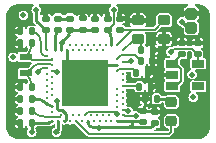
<source format=gtl>
G04 #@! TF.GenerationSoftware,KiCad,Pcbnew,(7.0.0-0)*
G04 #@! TF.CreationDate,2023-05-05T13:57:00+08:00*
G04 #@! TF.ProjectId,Revolute,5265766f-6c75-4746-952e-6b696361645f,rev?*
G04 #@! TF.SameCoordinates,Original*
G04 #@! TF.FileFunction,Copper,L1,Top*
G04 #@! TF.FilePolarity,Positive*
%FSLAX46Y46*%
G04 Gerber Fmt 4.6, Leading zero omitted, Abs format (unit mm)*
G04 Created by KiCad (PCBNEW (7.0.0-0)) date 2023-05-05 13:57:00*
%MOMM*%
%LPD*%
G01*
G04 APERTURE LIST*
G04 Aperture macros list*
%AMRoundRect*
0 Rectangle with rounded corners*
0 $1 Rounding radius*
0 $2 $3 $4 $5 $6 $7 $8 $9 X,Y pos of 4 corners*
0 Add a 4 corners polygon primitive as box body*
4,1,4,$2,$3,$4,$5,$6,$7,$8,$9,$2,$3,0*
0 Add four circle primitives for the rounded corners*
1,1,$1+$1,$2,$3*
1,1,$1+$1,$4,$5*
1,1,$1+$1,$6,$7*
1,1,$1+$1,$8,$9*
0 Add four rect primitives between the rounded corners*
20,1,$1+$1,$2,$3,$4,$5,0*
20,1,$1+$1,$4,$5,$6,$7,0*
20,1,$1+$1,$6,$7,$8,$9,0*
20,1,$1+$1,$8,$9,$2,$3,0*%
G04 Aperture macros list end*
G04 #@! TA.AperFunction,SMDPad,CuDef*
%ADD10RoundRect,0.135000X-0.135000X-0.185000X0.135000X-0.185000X0.135000X0.185000X-0.135000X0.185000X0*%
G04 #@! TD*
G04 #@! TA.AperFunction,SMDPad,CuDef*
%ADD11RoundRect,0.140000X-0.170000X0.140000X-0.170000X-0.140000X0.170000X-0.140000X0.170000X0.140000X0*%
G04 #@! TD*
G04 #@! TA.AperFunction,SMDPad,CuDef*
%ADD12RoundRect,0.140000X0.170000X-0.140000X0.170000X0.140000X-0.170000X0.140000X-0.170000X-0.140000X0*%
G04 #@! TD*
G04 #@! TA.AperFunction,SMDPad,CuDef*
%ADD13RoundRect,0.140000X0.140000X0.170000X-0.140000X0.170000X-0.140000X-0.170000X0.140000X-0.170000X0*%
G04 #@! TD*
G04 #@! TA.AperFunction,SMDPad,CuDef*
%ADD14RoundRect,0.147500X-0.172500X0.147500X-0.172500X-0.147500X0.172500X-0.147500X0.172500X0.147500X0*%
G04 #@! TD*
G04 #@! TA.AperFunction,SMDPad,CuDef*
%ADD15RoundRect,0.147500X0.172500X-0.147500X0.172500X0.147500X-0.172500X0.147500X-0.172500X-0.147500X0*%
G04 #@! TD*
G04 #@! TA.AperFunction,SMDPad,CuDef*
%ADD16RoundRect,0.150000X-0.350000X-0.300000X0.350000X-0.300000X0.350000X0.300000X-0.350000X0.300000X0*%
G04 #@! TD*
G04 #@! TA.AperFunction,SMDPad,CuDef*
%ADD17RoundRect,0.140000X-0.140000X-0.170000X0.140000X-0.170000X0.140000X0.170000X-0.140000X0.170000X0*%
G04 #@! TD*
G04 #@! TA.AperFunction,SMDPad,CuDef*
%ADD18C,0.250000*%
G04 #@! TD*
G04 #@! TA.AperFunction,SMDPad,CuDef*
%ADD19R,4.000000X4.000000*%
G04 #@! TD*
G04 #@! TA.AperFunction,SMDPad,CuDef*
%ADD20RoundRect,0.218750X-0.256250X0.218750X-0.256250X-0.218750X0.256250X-0.218750X0.256250X0.218750X0*%
G04 #@! TD*
G04 #@! TA.AperFunction,SMDPad,CuDef*
%ADD21RoundRect,0.250000X-0.250000X-0.250000X0.250000X-0.250000X0.250000X0.250000X-0.250000X0.250000X0*%
G04 #@! TD*
G04 #@! TA.AperFunction,SMDPad,CuDef*
%ADD22R,1.100000X0.600000*%
G04 #@! TD*
G04 #@! TA.AperFunction,SMDPad,CuDef*
%ADD23R,1.060000X0.650000*%
G04 #@! TD*
G04 #@! TA.AperFunction,ViaPad*
%ADD24C,0.500000*%
G04 #@! TD*
G04 #@! TA.AperFunction,Conductor*
%ADD25C,0.250000*%
G04 #@! TD*
G04 #@! TA.AperFunction,Conductor*
%ADD26C,0.150000*%
G04 #@! TD*
G04 APERTURE END LIST*
D10*
X177750000Y-90022132D03*
X178770000Y-90022132D03*
D11*
X177600000Y-91012132D03*
X177600000Y-91972132D03*
D12*
X169362780Y-84202132D03*
X169362780Y-83242132D03*
D13*
X168182780Y-92042132D03*
X167222780Y-92042132D03*
X168182780Y-89012132D03*
X167222780Y-89012132D03*
X168182780Y-85322132D03*
X167222780Y-85322132D03*
D14*
X170402780Y-83217132D03*
X170402780Y-84187132D03*
D12*
X173552780Y-84182132D03*
X173552780Y-83222132D03*
D15*
X171462780Y-84197132D03*
X171462780Y-83227132D03*
D13*
X178250000Y-89000000D03*
X177290000Y-89000000D03*
D16*
X177192780Y-84952132D03*
X179392780Y-84952132D03*
X179392780Y-83352132D03*
X177192780Y-83352132D03*
D11*
X175642780Y-83222132D03*
X175642780Y-84182132D03*
D12*
X180900000Y-86250000D03*
X180900000Y-85290000D03*
D13*
X168172780Y-84302132D03*
X167212780Y-84302132D03*
D17*
X167222780Y-90022132D03*
X168182780Y-90022132D03*
D18*
X171437780Y-85417132D03*
X171937780Y-85417132D03*
X172437780Y-85417132D03*
X172937780Y-85417132D03*
X173437780Y-85417132D03*
X173937780Y-85417132D03*
X174437780Y-85417132D03*
X174937780Y-85417132D03*
X175437780Y-85417132D03*
X175937780Y-90917132D03*
X169937780Y-91167132D03*
X170687780Y-91417132D03*
X171687780Y-91417132D03*
X172187780Y-91417132D03*
X172687780Y-91417132D03*
X173187780Y-91417132D03*
X173687780Y-91417132D03*
X174187780Y-91417132D03*
X174687780Y-91417132D03*
X175937780Y-91417132D03*
X169937780Y-91917132D03*
X170437780Y-91917132D03*
X170937780Y-91917132D03*
X171437780Y-91917132D03*
X171937780Y-91917132D03*
X172437780Y-91917132D03*
X172937780Y-91917132D03*
X173437780Y-91917132D03*
X173937780Y-91917132D03*
X174437780Y-91917132D03*
X174937780Y-91917132D03*
X175437780Y-91917132D03*
X169437780Y-85917132D03*
X170187780Y-85917132D03*
X170687780Y-85917132D03*
X171187780Y-85917132D03*
X171687780Y-85917132D03*
X172187780Y-85917132D03*
X172687780Y-85917132D03*
X173187780Y-85917132D03*
X173687780Y-85917132D03*
X174187780Y-85917132D03*
X175937780Y-85917132D03*
X169437780Y-86417132D03*
X169937780Y-86667132D03*
X175437780Y-86667132D03*
X175937780Y-86917132D03*
D19*
X172687779Y-88667131D03*
D18*
X169937780Y-87167132D03*
X175437780Y-87167132D03*
X169437780Y-87417132D03*
X169937780Y-87667132D03*
X175437780Y-87667132D03*
X169437780Y-87917132D03*
X175937780Y-87917132D03*
X169937780Y-88167132D03*
X169437780Y-88417132D03*
X175937780Y-88417132D03*
X169937780Y-88667132D03*
X169437780Y-88917132D03*
X175937780Y-88917132D03*
X169937780Y-89167132D03*
X175437780Y-89167132D03*
X169437780Y-89417132D03*
X175937780Y-89417132D03*
X169937780Y-89667132D03*
X175437780Y-89667132D03*
X169437780Y-89917132D03*
X175937780Y-89917132D03*
X175437780Y-90167132D03*
X169437780Y-90417132D03*
X175937780Y-90417132D03*
X169937780Y-90667132D03*
X175437780Y-90667132D03*
D20*
X180000000Y-90304632D03*
X180000000Y-91879632D03*
D21*
X181700000Y-84000000D03*
D13*
X178002780Y-87812132D03*
X177042780Y-87812132D03*
X178402780Y-86832132D03*
X177442780Y-86832132D03*
D21*
X181700000Y-82800000D03*
D11*
X178600000Y-91120000D03*
X178600000Y-92080000D03*
D22*
X167702779Y-86462131D03*
X167702779Y-87862131D03*
D12*
X174602780Y-84182132D03*
X174602780Y-83222132D03*
D17*
X167222780Y-91032132D03*
X168182780Y-91032132D03*
D13*
X178412780Y-85882132D03*
X177452780Y-85882132D03*
D12*
X172502780Y-84172132D03*
X172502780Y-83212132D03*
D23*
X180099999Y-87049999D03*
X180099999Y-87999999D03*
X180099999Y-88949999D03*
X182299999Y-88949999D03*
X182299999Y-87049999D03*
D12*
X182240000Y-86250000D03*
X182240000Y-85290000D03*
D24*
X171700000Y-87700000D03*
X179140000Y-86190000D03*
X173560000Y-82500000D03*
X172700000Y-87700000D03*
X166480000Y-92050000D03*
X176270000Y-83220000D03*
X178470000Y-85070000D03*
X181700000Y-82800000D03*
X166490000Y-85320000D03*
X166490000Y-91020000D03*
X179392780Y-84952132D03*
X173700000Y-87700000D03*
X166490000Y-84300000D03*
X166480000Y-90030000D03*
X166480000Y-89010000D03*
X169370000Y-82460000D03*
X172490000Y-82500000D03*
X180870000Y-83480000D03*
X168180000Y-90150000D03*
X173920000Y-92510000D03*
X175120000Y-82460000D03*
X168570000Y-82470000D03*
X179980000Y-86040000D03*
X176562780Y-86812132D03*
X170730000Y-85290000D03*
X167480000Y-82930000D03*
X180100000Y-87050000D03*
X168190000Y-92840000D03*
X166610000Y-86480000D03*
X170270000Y-92840000D03*
X170300000Y-90160000D03*
X176370000Y-91055500D03*
X175380000Y-91260000D03*
X176980000Y-91442632D03*
X168720000Y-87720000D03*
X181860000Y-89870000D03*
X181760000Y-87960000D03*
X170330000Y-87710000D03*
D25*
X171187780Y-85917132D02*
X171187780Y-87167132D01*
X166515320Y-85320000D02*
X166518726Y-85323406D01*
X166490000Y-85320000D02*
X166515320Y-85320000D01*
X173500000Y-87700000D02*
X174032868Y-87167132D01*
X172502780Y-83212132D02*
X172502780Y-82512780D01*
X178412780Y-85882132D02*
X178832132Y-85882132D01*
X178402780Y-86832132D02*
X178497868Y-86832132D01*
X169362780Y-83242132D02*
X169362780Y-82467220D01*
X166522132Y-85322132D02*
X167222780Y-85322132D01*
X171187780Y-87167132D02*
X172687780Y-88667132D01*
X178402780Y-87412132D02*
X178402780Y-86832132D01*
X167212780Y-84302132D02*
X166492132Y-84302132D01*
X177750000Y-89800000D02*
X177750000Y-90022132D01*
X178339584Y-91012132D02*
X177600000Y-91012132D01*
X175642780Y-83222132D02*
X176267868Y-83222132D01*
X167222780Y-90022132D02*
X166487868Y-90022132D01*
X167222780Y-91032132D02*
X166502132Y-91032132D01*
X177192780Y-83352132D02*
X176402132Y-83352132D01*
D26*
X173552780Y-82507220D02*
X173560000Y-82500000D01*
D25*
X178040000Y-89510000D02*
X177750000Y-89800000D01*
D26*
X173552780Y-83222132D02*
X173552780Y-82507220D01*
D25*
X173500000Y-87700000D02*
X173500000Y-87854912D01*
X179392780Y-84952132D02*
X178587868Y-84952132D01*
X178412780Y-85882132D02*
X178412780Y-85127220D01*
X173500000Y-87854912D02*
X172687780Y-88667132D01*
X177750000Y-90022132D02*
X177880796Y-89891336D01*
X167222780Y-89012132D02*
X166482132Y-89012132D01*
X177750000Y-90022132D02*
X177750000Y-90650000D01*
X167222780Y-92042132D02*
X166487868Y-92042132D01*
X174032868Y-87167132D02*
X175437780Y-87167132D01*
X178290000Y-88960000D02*
G75*
G03*
X178250000Y-89000000I0J-40000D01*
G01*
X178497868Y-86832100D02*
G75*
G03*
X179140000Y-86190000I32J642100D01*
G01*
X177599993Y-91012125D02*
G75*
G03*
X177750000Y-90650000I-362093J362125D01*
G01*
X172502800Y-82512780D02*
G75*
G03*
X172490000Y-82500000I-12800J-20D01*
G01*
X179139968Y-86190000D02*
G75*
G03*
X178832132Y-85882132I-307868J0D01*
G01*
X177880788Y-89891328D02*
G75*
G03*
X178250000Y-89000000I-891288J891328D01*
G01*
X166487868Y-90022100D02*
G75*
G03*
X166480000Y-90030000I32J-7900D01*
G01*
X166522136Y-85322120D02*
G75*
G03*
X166518727Y-85323406I-936J-2680D01*
G01*
X176269968Y-83220000D02*
G75*
G03*
X176402132Y-83352132I132132J0D01*
G01*
X176267868Y-83222100D02*
G75*
G03*
X176270000Y-83220000I32J2100D01*
G01*
D26*
X179392780Y-84952120D02*
G75*
G03*
X179828243Y-84771758I20J615820D01*
G01*
D25*
X166487868Y-92042100D02*
G75*
G03*
X166480000Y-92050000I32J-7900D01*
G01*
X178002780Y-87812080D02*
G75*
G03*
X178402780Y-87412132I20J399980D01*
G01*
X166479968Y-89010000D02*
G75*
G03*
X166482132Y-89012132I2132J0D01*
G01*
X178587868Y-84952100D02*
G75*
G03*
X178470000Y-85070000I32J-117900D01*
G01*
X166489968Y-91020000D02*
G75*
G03*
X166502132Y-91032132I12132J0D01*
G01*
X166489968Y-84300000D02*
G75*
G03*
X166492132Y-84302132I2132J0D01*
G01*
X169370000Y-82459980D02*
G75*
G03*
X169362780Y-82467220I0J-7220D01*
G01*
X178470000Y-85069980D02*
G75*
G03*
X178412780Y-85127220I0J-57220D01*
G01*
X178600005Y-91119995D02*
G75*
G03*
X178339584Y-91012132I-260405J-260405D01*
G01*
D26*
X177452780Y-85212132D02*
X177192780Y-84952132D01*
X175937780Y-85917132D02*
X176752780Y-85102132D01*
X176752780Y-85102132D02*
X177192780Y-85102132D01*
X177452780Y-85882132D02*
X177452780Y-85212132D01*
X178592780Y-84152132D02*
X179392780Y-83352132D01*
X175437780Y-85417132D02*
X176702780Y-84152132D01*
X175642780Y-84182132D02*
X176672780Y-84182132D01*
X176702780Y-84152132D02*
X178592780Y-84152132D01*
X176672780Y-84182132D02*
X176702780Y-84152132D01*
X175604912Y-87500000D02*
X175437780Y-87667132D01*
X176730648Y-87500000D02*
X175604912Y-87500000D01*
X177042780Y-87812132D02*
X176730648Y-87500000D01*
D25*
X168182780Y-90022132D02*
X168484166Y-90022132D01*
D26*
X168182780Y-90147220D02*
X168182780Y-90022132D01*
X182300000Y-86310000D02*
X182240000Y-86250000D01*
D25*
X176822868Y-91917132D02*
X177467219Y-91917132D01*
X175437780Y-91917132D02*
X176822868Y-91917132D01*
D26*
X169362780Y-85736066D02*
X169362780Y-84202132D01*
D25*
X174760000Y-92430000D02*
X176070000Y-92430000D01*
D26*
X175120000Y-83664912D02*
X175120000Y-82460000D01*
X182300000Y-87050000D02*
X182300000Y-86310000D01*
D25*
X176070000Y-92430000D02*
X178250000Y-92430000D01*
D26*
X168180000Y-90150000D02*
X168182780Y-90147220D01*
D25*
X168570000Y-83409352D02*
X169362780Y-84202132D01*
X181390000Y-84000000D02*
X181700000Y-84000000D01*
X180870000Y-83480000D02*
X181390000Y-84000000D01*
D26*
X180255000Y-85765000D02*
X181755000Y-85765000D01*
D25*
X176070000Y-92430000D02*
X176310000Y-92430000D01*
D26*
X179980000Y-86040000D02*
X180255000Y-85765000D01*
D25*
X168570000Y-82470000D02*
X168570000Y-83409352D01*
D26*
X174602780Y-84182132D02*
X175120000Y-83664912D01*
X177600000Y-91972132D02*
X177545000Y-91917132D01*
D25*
X169511004Y-90490355D02*
X169437780Y-90417132D01*
X173340000Y-92430000D02*
X174760000Y-92430000D01*
D26*
X181755000Y-85765000D02*
X182300000Y-86310000D01*
D25*
X172937780Y-91917132D02*
X172937780Y-92027780D01*
X174937780Y-84990893D02*
X174937780Y-85417132D01*
X169511018Y-90490341D02*
G75*
G03*
X169937780Y-90667132I426782J426741D01*
G01*
X176310000Y-92429968D02*
G75*
G03*
X176822868Y-91917132I0J512868D01*
G01*
D26*
X169362791Y-85736066D02*
G75*
G03*
X169437780Y-85917132I256009J-34D01*
G01*
D25*
X177599988Y-91972144D02*
G75*
G03*
X177467219Y-91917132I-132788J-132756D01*
G01*
X174937779Y-84990893D02*
G75*
G03*
X174602780Y-84182132I-1143779J-7D01*
G01*
X172937800Y-92027780D02*
G75*
G03*
X173340000Y-92430000I402200J-20D01*
G01*
X169437788Y-90417124D02*
G75*
G03*
X168484166Y-90022132I-953588J-953576D01*
G01*
X178250000Y-92430000D02*
G75*
G03*
X178600000Y-92080000I0J350000D01*
G01*
D26*
X168690000Y-84540000D02*
X168649664Y-84499664D01*
X168940000Y-85919352D02*
X168940000Y-85143553D01*
X168940068Y-85919352D02*
G75*
G03*
X169437780Y-86417132I497732J-48D01*
G01*
X168940019Y-85143553D02*
G75*
G03*
X168690000Y-84540000I-853619J-47D01*
G01*
X168649664Y-84499664D02*
G75*
G03*
X168172780Y-84302132I-476864J-476836D01*
G01*
X177207132Y-88917132D02*
X177290000Y-89000000D01*
X175937780Y-88917132D02*
X177207132Y-88917132D01*
X176562780Y-86812132D02*
X176457780Y-86917132D01*
D25*
X171300083Y-84589917D02*
X170821924Y-85068076D01*
D26*
X176457780Y-86917132D02*
X175937780Y-86917132D01*
D25*
X173552780Y-84182132D02*
X171498993Y-84182132D01*
X170687780Y-85917132D02*
X170687780Y-85332220D01*
X171300067Y-84589901D02*
G75*
G03*
X171462780Y-84197132I-392767J392801D01*
G01*
X170730000Y-85289980D02*
G75*
G03*
X170687780Y-85332220I0J-42220D01*
G01*
X170821934Y-85068086D02*
G75*
G03*
X170730000Y-85290000I221866J-221914D01*
G01*
X171498993Y-84182114D02*
G75*
G03*
X171462780Y-84197132I7J-51186D01*
G01*
D26*
X177399698Y-86822132D02*
X177432780Y-86822132D01*
X175782780Y-86322132D02*
X176899698Y-86322132D01*
X175437780Y-86667132D02*
X175782780Y-86322132D01*
X176899698Y-86322132D02*
X177399698Y-86822132D01*
X169937780Y-86667132D02*
X169868269Y-86736643D01*
X167689470Y-86448823D02*
X167702780Y-86462132D01*
X167702780Y-86462132D02*
X167716089Y-86448823D01*
X169868269Y-86736643D02*
X168365508Y-86736643D01*
X167702775Y-86462137D02*
G75*
G03*
X168365508Y-86736643I662725J662737D01*
G01*
X167716073Y-86448807D02*
G75*
G03*
X168182780Y-85322132I-1126673J1126707D01*
G01*
X167709018Y-87868371D02*
X167702780Y-87862132D01*
X167696542Y-87868371D02*
X167702780Y-87862132D01*
X169751567Y-87090000D02*
X168670000Y-87090000D01*
X168336964Y-87227948D02*
X167702780Y-87862132D01*
X168670000Y-87090005D02*
G75*
G03*
X168336964Y-87227948I0J-470995D01*
G01*
X168182769Y-89012132D02*
G75*
G03*
X167709018Y-87868371I-1617469J32D01*
G01*
X169937787Y-87167125D02*
G75*
G03*
X169751567Y-87090000I-186187J-186175D01*
G01*
X180100000Y-87050000D02*
X180900000Y-86250000D01*
X180394022Y-88950000D02*
X180824511Y-88519511D01*
X180394022Y-87050000D02*
X180100000Y-87050000D01*
D25*
X169636004Y-92042132D02*
X168182780Y-92042132D01*
D26*
X180824511Y-88519511D02*
X180824511Y-87480489D01*
X180824511Y-87480489D02*
X180394022Y-87050000D01*
D25*
X168182780Y-92042132D02*
X168182780Y-92832780D01*
D26*
X180100000Y-88950000D02*
X180394022Y-88950000D01*
D25*
X169636004Y-92042147D02*
G75*
G03*
X169937780Y-91917132I-4J426747D01*
G01*
X168182800Y-92832780D02*
G75*
G03*
X168190000Y-92840000I7200J-20D01*
G01*
D26*
X170562780Y-91542132D02*
X169414028Y-91542132D01*
X170687780Y-91417132D02*
X170562780Y-91542132D01*
X168182769Y-91032143D02*
G75*
G03*
X169414028Y-91542132I1231231J1231243D01*
G01*
X173000648Y-92980000D02*
X171937780Y-91917132D01*
X180000000Y-91879632D02*
X180000000Y-92790000D01*
X180000000Y-92790000D02*
X179810000Y-92980000D01*
X179810000Y-92980000D02*
X173000648Y-92980000D01*
D25*
X178770000Y-90022132D02*
X179317985Y-90022132D01*
X180000019Y-90304613D02*
G75*
G03*
X179317985Y-90022132I-682019J-682087D01*
G01*
X170437780Y-92590802D02*
X170437780Y-91917132D01*
X170270000Y-92840000D02*
X170378785Y-92840000D01*
X170378785Y-92840000D02*
X170394494Y-92824291D01*
X170394501Y-92824294D02*
G75*
G03*
X170437779Y-92590802I-658401J242794D01*
G01*
X171462780Y-83227132D02*
X170426922Y-83227132D01*
X170402771Y-83217141D02*
G75*
G03*
X170426922Y-83227132I24129J24141D01*
G01*
X171057291Y-91264074D02*
X171057291Y-91797621D01*
X170467101Y-90980000D02*
X170773217Y-90980000D01*
X170359731Y-90872630D02*
X170467101Y-90980000D01*
X170773217Y-90980000D02*
X171057291Y-91264074D01*
X170359731Y-90219731D02*
X170359731Y-90872630D01*
X171057291Y-91797621D02*
X170937780Y-91917132D01*
X170300000Y-90160000D02*
X170359731Y-90219731D01*
X170187780Y-85917132D02*
X170187780Y-84706187D01*
X170402793Y-84187145D02*
G75*
G03*
X170187780Y-84706187I519007J-519055D01*
G01*
D26*
X175937780Y-90917132D02*
X176231632Y-90917132D01*
X176231632Y-90917132D02*
X176370000Y-91055500D01*
X175237132Y-91117132D02*
X172987780Y-91117132D01*
X175380000Y-91260000D02*
X175237132Y-91117132D01*
X172987780Y-91117132D02*
X172687780Y-91417132D01*
X176080000Y-91480000D02*
X176942632Y-91480000D01*
X176017132Y-91417132D02*
X176080000Y-91480000D01*
X175937780Y-91417132D02*
X176017132Y-91417132D01*
X176942632Y-91480000D02*
X176980000Y-91442632D01*
X169022868Y-87417132D02*
X168720000Y-87720000D01*
X169437780Y-87417132D02*
X169022868Y-87417132D01*
X169937780Y-87667132D02*
X170287132Y-87667132D01*
X170287132Y-87667132D02*
X170330000Y-87710000D01*
G04 #@! TA.AperFunction,Conductor*
G36*
X168329882Y-82024633D02*
G01*
X168356764Y-82061634D01*
X168356763Y-82107369D01*
X168331645Y-82141937D01*
X168331658Y-82141950D01*
X168331577Y-82142030D01*
X168331574Y-82142033D01*
X168327545Y-82146062D01*
X168327542Y-82146065D01*
X168246069Y-82227538D01*
X168246066Y-82227541D01*
X168241950Y-82231658D01*
X168239305Y-82236847D01*
X168239304Y-82236850D01*
X168189449Y-82334696D01*
X168184354Y-82344696D01*
X168183442Y-82350447D01*
X168183442Y-82350451D01*
X168172714Y-82418187D01*
X168164508Y-82470000D01*
X168165419Y-82475752D01*
X168181858Y-82579548D01*
X168184354Y-82595304D01*
X168187000Y-82600497D01*
X168236094Y-82696850D01*
X168241950Y-82708342D01*
X168246068Y-82712460D01*
X168246069Y-82712461D01*
X168272826Y-82739218D01*
X168288867Y-82763225D01*
X168294500Y-82791544D01*
X168294500Y-83374932D01*
X168293078Y-83389368D01*
X168289103Y-83409352D01*
X168290525Y-83416501D01*
X168294500Y-83436484D01*
X168294500Y-83436485D01*
X168303155Y-83480000D01*
X168310485Y-83516847D01*
X168314530Y-83522901D01*
X168314532Y-83522905D01*
X168366499Y-83600677D01*
X168371376Y-83607976D01*
X168377436Y-83612025D01*
X168377438Y-83612027D01*
X168388314Y-83619294D01*
X168399529Y-83628497D01*
X168521396Y-83750364D01*
X168542754Y-83795862D01*
X168530120Y-83844510D01*
X168489321Y-83873865D01*
X168439180Y-83870385D01*
X168385530Y-83846696D01*
X168385526Y-83846695D01*
X168380442Y-83844450D01*
X168374921Y-83843809D01*
X168374916Y-83843808D01*
X168358281Y-83841878D01*
X168358265Y-83841877D01*
X168356153Y-83841632D01*
X168354009Y-83841632D01*
X167991553Y-83841632D01*
X167991535Y-83841632D01*
X167989408Y-83841633D01*
X167987282Y-83841879D01*
X167987274Y-83841880D01*
X167970648Y-83843808D01*
X167970643Y-83843809D01*
X167965118Y-83844450D01*
X167960029Y-83846696D01*
X167960025Y-83846698D01*
X167872036Y-83885549D01*
X167872033Y-83885550D01*
X167865764Y-83888319D01*
X167860918Y-83893164D01*
X167860915Y-83893167D01*
X167793815Y-83960267D01*
X167793812Y-83960270D01*
X167788967Y-83965116D01*
X167786198Y-83971385D01*
X167786195Y-83971391D01*
X167760200Y-84030263D01*
X167732904Y-84062372D01*
X167692505Y-84074372D01*
X167652107Y-84062371D01*
X167624811Y-84030262D01*
X167598942Y-83971675D01*
X167591325Y-83960556D01*
X167524355Y-83893586D01*
X167513238Y-83885970D01*
X167425419Y-83847194D01*
X167420198Y-83845774D01*
X167415062Y-83846632D01*
X167412780Y-83854538D01*
X167412780Y-84428132D01*
X167402866Y-84465132D01*
X167375780Y-84492218D01*
X167338780Y-84502132D01*
X166792523Y-84502132D01*
X166784839Y-84504191D01*
X166782780Y-84511875D01*
X166782780Y-84513287D01*
X166783026Y-84517558D01*
X166784951Y-84534148D01*
X166787840Y-84544769D01*
X166826618Y-84632590D01*
X166834234Y-84643707D01*
X166901204Y-84710677D01*
X166912323Y-84718294D01*
X166976529Y-84746644D01*
X167008638Y-84773940D01*
X167020639Y-84814338D01*
X167008639Y-84854737D01*
X166976530Y-84882033D01*
X166922326Y-84905967D01*
X166911204Y-84913586D01*
X166844234Y-84980556D01*
X166836618Y-84991673D01*
X166797840Y-85079494D01*
X166794951Y-85090115D01*
X166793026Y-85106705D01*
X166792780Y-85110977D01*
X166792780Y-85112389D01*
X166794839Y-85120072D01*
X166802523Y-85122132D01*
X167348780Y-85122132D01*
X167385780Y-85132046D01*
X167412866Y-85159132D01*
X167422780Y-85196132D01*
X167422780Y-85769725D01*
X167425062Y-85777631D01*
X167430198Y-85778489D01*
X167435419Y-85777069D01*
X167523238Y-85738293D01*
X167534355Y-85730677D01*
X167601325Y-85663707D01*
X167608942Y-85652589D01*
X167634811Y-85594001D01*
X167662107Y-85561892D01*
X167702505Y-85549891D01*
X167742904Y-85561891D01*
X167770200Y-85594000D01*
X167796195Y-85652872D01*
X167796197Y-85652875D01*
X167798967Y-85659148D01*
X167803815Y-85663996D01*
X167854127Y-85714308D01*
X167873868Y-85749831D01*
X167871874Y-85790421D01*
X167866297Y-85806850D01*
X167855920Y-85837420D01*
X167854708Y-85840989D01*
X167851003Y-85849932D01*
X167791612Y-85970362D01*
X167764321Y-86000473D01*
X167725244Y-86011632D01*
X167137960Y-86011632D01*
X167134391Y-86012341D01*
X167134390Y-86012342D01*
X167101204Y-86018943D01*
X167101201Y-86018943D01*
X167094058Y-86020365D01*
X167088000Y-86024412D01*
X167087999Y-86024413D01*
X167050336Y-86049578D01*
X167050333Y-86049580D01*
X167044276Y-86053628D01*
X167040228Y-86059685D01*
X167040226Y-86059688D01*
X167015296Y-86097000D01*
X167011013Y-86103410D01*
X167009592Y-86110551D01*
X167009591Y-86110555D01*
X167002979Y-86143796D01*
X166985230Y-86179053D01*
X166951881Y-86200171D01*
X166912420Y-86201139D01*
X166878075Y-86181683D01*
X166852461Y-86156069D01*
X166852461Y-86156068D01*
X166848342Y-86151950D01*
X166735304Y-86094354D01*
X166729550Y-86093442D01*
X166729548Y-86093442D01*
X166615752Y-86075419D01*
X166610000Y-86074508D01*
X166604248Y-86075419D01*
X166490451Y-86093442D01*
X166490447Y-86093442D01*
X166484696Y-86094354D01*
X166479504Y-86096999D01*
X166479502Y-86097000D01*
X166376850Y-86149304D01*
X166376847Y-86149305D01*
X166371658Y-86151950D01*
X166367541Y-86156066D01*
X166367538Y-86156069D01*
X166286069Y-86237538D01*
X166286066Y-86237541D01*
X166281950Y-86241658D01*
X166279305Y-86246847D01*
X166279304Y-86246850D01*
X166227254Y-86349004D01*
X166224354Y-86354696D01*
X166223442Y-86360447D01*
X166223442Y-86360451D01*
X166218510Y-86391594D01*
X166204508Y-86480000D01*
X166205419Y-86485752D01*
X166222305Y-86592372D01*
X166224354Y-86605304D01*
X166281950Y-86718342D01*
X166371658Y-86808050D01*
X166484696Y-86865646D01*
X166610000Y-86885492D01*
X166735304Y-86865646D01*
X166848342Y-86808050D01*
X166884005Y-86772386D01*
X166918347Y-86752931D01*
X166957808Y-86753898D01*
X166991157Y-86775014D01*
X167008907Y-86810270D01*
X167009590Y-86813705D01*
X167009591Y-86813709D01*
X167011013Y-86820854D01*
X167044276Y-86870636D01*
X167094058Y-86903899D01*
X167137960Y-86912632D01*
X168017245Y-86912632D01*
X168040110Y-86916253D01*
X168093234Y-86933514D01*
X168139068Y-86940773D01*
X168175548Y-86957589D01*
X168197868Y-86990987D01*
X168199450Y-87031125D01*
X168179829Y-87066177D01*
X168177528Y-87068479D01*
X168177515Y-87068492D01*
X168145803Y-87100201D01*
X168145798Y-87100206D01*
X168145797Y-87100208D01*
X168145795Y-87100211D01*
X167997713Y-87248294D01*
X167856049Y-87389958D01*
X167832042Y-87405999D01*
X167803723Y-87411632D01*
X167137960Y-87411632D01*
X167134391Y-87412341D01*
X167134390Y-87412342D01*
X167101204Y-87418943D01*
X167101201Y-87418943D01*
X167094058Y-87420365D01*
X167088000Y-87424412D01*
X167087999Y-87424413D01*
X167050336Y-87449578D01*
X167050333Y-87449580D01*
X167044276Y-87453628D01*
X167040228Y-87459685D01*
X167040226Y-87459688D01*
X167015061Y-87497351D01*
X167011013Y-87503410D01*
X167009591Y-87510553D01*
X167009591Y-87510556D01*
X167009161Y-87512718D01*
X167002280Y-87547312D01*
X167002280Y-88176952D01*
X167011013Y-88220854D01*
X167044276Y-88270636D01*
X167094058Y-88303899D01*
X167137960Y-88312632D01*
X167723046Y-88312632D01*
X167762123Y-88323791D01*
X167789415Y-88353903D01*
X167849171Y-88475077D01*
X167852875Y-88484020D01*
X167872850Y-88542867D01*
X167874844Y-88583457D01*
X167855103Y-88618978D01*
X167803817Y-88670263D01*
X167803810Y-88670272D01*
X167798967Y-88675116D01*
X167796198Y-88681385D01*
X167796195Y-88681391D01*
X167770200Y-88740263D01*
X167742904Y-88772372D01*
X167702505Y-88784372D01*
X167662107Y-88772371D01*
X167634811Y-88740262D01*
X167608942Y-88681675D01*
X167601325Y-88670556D01*
X167534355Y-88603586D01*
X167523238Y-88595970D01*
X167435419Y-88557194D01*
X167430198Y-88555774D01*
X167425062Y-88556632D01*
X167422780Y-88564538D01*
X167422780Y-89138132D01*
X167412866Y-89175132D01*
X167385780Y-89202218D01*
X167348780Y-89212132D01*
X166802523Y-89212132D01*
X166794839Y-89214191D01*
X166792780Y-89221875D01*
X166792780Y-89223287D01*
X166793026Y-89227558D01*
X166794951Y-89244148D01*
X166797840Y-89254769D01*
X166836618Y-89342590D01*
X166844234Y-89353707D01*
X166911204Y-89420677D01*
X166922325Y-89428296D01*
X166970206Y-89449438D01*
X167002315Y-89476734D01*
X167014315Y-89517132D01*
X167002315Y-89557530D01*
X166970206Y-89584826D01*
X166922325Y-89605967D01*
X166911204Y-89613586D01*
X166844234Y-89680556D01*
X166836618Y-89691673D01*
X166797840Y-89779494D01*
X166794951Y-89790115D01*
X166793026Y-89806705D01*
X166792780Y-89810977D01*
X166792780Y-89812389D01*
X166794839Y-89820072D01*
X166802523Y-89822132D01*
X167348780Y-89822132D01*
X167385780Y-89832046D01*
X167412866Y-89859132D01*
X167422780Y-89896132D01*
X167422780Y-90148132D01*
X167412866Y-90185132D01*
X167385780Y-90212218D01*
X167348780Y-90222132D01*
X166802523Y-90222132D01*
X166794839Y-90224191D01*
X166792780Y-90231875D01*
X166792780Y-90233287D01*
X166793026Y-90237558D01*
X166794951Y-90254148D01*
X166797840Y-90264769D01*
X166836618Y-90352590D01*
X166844234Y-90363707D01*
X166911204Y-90430677D01*
X166922325Y-90438296D01*
X166970206Y-90459438D01*
X167002315Y-90486734D01*
X167014315Y-90527132D01*
X167002315Y-90567530D01*
X166970206Y-90594826D01*
X166922325Y-90615967D01*
X166911204Y-90623586D01*
X166844234Y-90690556D01*
X166836618Y-90701673D01*
X166797840Y-90789494D01*
X166794951Y-90800115D01*
X166793026Y-90816705D01*
X166792780Y-90820977D01*
X166792780Y-90822389D01*
X166794839Y-90830072D01*
X166802523Y-90832132D01*
X167348780Y-90832132D01*
X167385780Y-90842046D01*
X167412866Y-90869132D01*
X167422780Y-90906132D01*
X167422780Y-91158132D01*
X167412866Y-91195132D01*
X167385780Y-91222218D01*
X167348780Y-91232132D01*
X166802523Y-91232132D01*
X166794839Y-91234191D01*
X166792780Y-91241875D01*
X166792780Y-91243287D01*
X166793026Y-91247558D01*
X166794951Y-91264148D01*
X166797840Y-91274769D01*
X166836618Y-91362590D01*
X166844234Y-91373707D01*
X166911204Y-91440677D01*
X166922325Y-91448296D01*
X166970206Y-91469438D01*
X167002315Y-91496734D01*
X167014315Y-91537132D01*
X167002315Y-91577530D01*
X166970206Y-91604826D01*
X166922325Y-91625967D01*
X166911204Y-91633586D01*
X166844234Y-91700556D01*
X166836618Y-91711673D01*
X166797840Y-91799494D01*
X166794951Y-91810115D01*
X166793026Y-91826705D01*
X166792780Y-91830977D01*
X166792780Y-91832389D01*
X166794839Y-91840072D01*
X166802523Y-91842132D01*
X167348780Y-91842132D01*
X167385780Y-91852046D01*
X167412866Y-91879132D01*
X167422780Y-91916132D01*
X167422780Y-92489726D01*
X167425062Y-92497631D01*
X167430198Y-92498489D01*
X167435419Y-92497069D01*
X167523238Y-92458293D01*
X167534355Y-92450677D01*
X167601325Y-92383707D01*
X167608942Y-92372589D01*
X167634811Y-92314001D01*
X167662107Y-92281892D01*
X167702505Y-92269891D01*
X167742904Y-92281891D01*
X167770200Y-92314000D01*
X167796195Y-92372872D01*
X167796197Y-92372875D01*
X167798967Y-92379148D01*
X167875764Y-92455945D01*
X167877579Y-92456746D01*
X167898743Y-92480507D01*
X167907280Y-92515013D01*
X167907280Y-92525676D01*
X167901647Y-92553995D01*
X167885606Y-92578002D01*
X167866069Y-92597538D01*
X167866066Y-92597541D01*
X167861950Y-92601658D01*
X167859305Y-92606847D01*
X167859304Y-92606850D01*
X167807000Y-92709502D01*
X167804354Y-92714696D01*
X167803442Y-92720447D01*
X167803442Y-92720451D01*
X167794338Y-92777934D01*
X167784508Y-92840000D01*
X167785419Y-92845752D01*
X167802300Y-92952339D01*
X167804354Y-92965304D01*
X167861950Y-93078342D01*
X167951658Y-93168050D01*
X168064696Y-93225646D01*
X168166484Y-93241767D01*
X168170547Y-93242411D01*
X168189999Y-93251940D01*
X168209453Y-93242411D01*
X168212558Y-93241919D01*
X168315304Y-93225646D01*
X168428342Y-93168050D01*
X168518050Y-93078342D01*
X168575646Y-92965304D01*
X168595492Y-92840000D01*
X168575646Y-92714696D01*
X168518050Y-92601658D01*
X168482195Y-92565803D01*
X168461999Y-92528191D01*
X168465939Y-92485682D01*
X168489837Y-92455986D01*
X168489796Y-92455945D01*
X168489795Y-92455945D01*
X168566593Y-92379148D01*
X168570775Y-92369676D01*
X168574280Y-92361740D01*
X168601576Y-92329632D01*
X168641974Y-92317632D01*
X169587429Y-92317632D01*
X169635952Y-92317632D01*
X169636007Y-92317639D01*
X169636007Y-92317647D01*
X169705178Y-92317646D01*
X169840862Y-92290653D01*
X169968672Y-92237706D01*
X170047163Y-92185252D01*
X170084645Y-92172867D01*
X170123161Y-92181515D01*
X170151751Y-92208733D01*
X170162280Y-92246778D01*
X170162280Y-92400048D01*
X170151375Y-92438713D01*
X170121875Y-92465982D01*
X170036850Y-92509304D01*
X170036847Y-92509305D01*
X170031658Y-92511950D01*
X170027541Y-92516066D01*
X170027538Y-92516069D01*
X169946069Y-92597538D01*
X169946066Y-92597541D01*
X169941950Y-92601658D01*
X169939305Y-92606847D01*
X169939304Y-92606850D01*
X169887000Y-92709502D01*
X169884354Y-92714696D01*
X169883442Y-92720447D01*
X169883442Y-92720451D01*
X169874338Y-92777934D01*
X169864508Y-92840000D01*
X169865419Y-92845752D01*
X169882300Y-92952339D01*
X169884354Y-92965304D01*
X169941950Y-93078342D01*
X170031658Y-93168050D01*
X170144696Y-93225646D01*
X170246484Y-93241767D01*
X170250547Y-93242411D01*
X170269999Y-93251940D01*
X170289453Y-93242411D01*
X170292558Y-93241919D01*
X170395304Y-93225646D01*
X170508342Y-93168050D01*
X170598050Y-93078342D01*
X170655646Y-92965304D01*
X170669292Y-92879136D01*
X170671566Y-92869295D01*
X170672192Y-92867602D01*
X170698544Y-92759892D01*
X170712545Y-92649893D01*
X170712917Y-92620703D01*
X170712991Y-92619379D01*
X170713280Y-92617935D01*
X170713280Y-92593097D01*
X170713287Y-92592116D01*
X170713636Y-92565803D01*
X170713900Y-92545880D01*
X170713386Y-92544408D01*
X170713280Y-92543093D01*
X170713280Y-92236911D01*
X170723809Y-92198867D01*
X170752398Y-92171648D01*
X170790914Y-92163000D01*
X170816772Y-92171543D01*
X170817491Y-92169809D01*
X170824226Y-92172598D01*
X170830285Y-92176647D01*
X170937780Y-92198029D01*
X171045275Y-92176647D01*
X171051369Y-92172574D01*
X171051526Y-92172471D01*
X171051960Y-92172339D01*
X171058069Y-92169809D01*
X171058318Y-92170410D01*
X171092637Y-92160000D01*
X171282923Y-92160000D01*
X171317241Y-92170410D01*
X171317491Y-92169809D01*
X171323599Y-92172339D01*
X171324034Y-92172471D01*
X171324223Y-92172597D01*
X171324224Y-92172597D01*
X171330285Y-92176647D01*
X171437780Y-92198029D01*
X171545275Y-92176647D01*
X171551369Y-92172574D01*
X171551526Y-92172471D01*
X171551960Y-92172339D01*
X171558069Y-92169809D01*
X171558318Y-92170410D01*
X171592637Y-92160000D01*
X171782923Y-92160000D01*
X171817240Y-92170410D01*
X171817490Y-92169808D01*
X171823605Y-92172341D01*
X171824034Y-92172471D01*
X171824220Y-92172595D01*
X171824221Y-92172595D01*
X171830285Y-92176647D01*
X171868316Y-92184211D01*
X171906205Y-92204463D01*
X172835640Y-93133897D01*
X172838307Y-93136707D01*
X172865141Y-93166509D01*
X172887405Y-93176421D01*
X172897601Y-93181958D01*
X172918030Y-93195225D01*
X172926420Y-93196553D01*
X172944944Y-93202039D01*
X172952716Y-93205500D01*
X172977076Y-93205500D01*
X172988652Y-93206410D01*
X173012713Y-93210222D01*
X173020494Y-93208137D01*
X173020926Y-93208022D01*
X173040079Y-93205500D01*
X179802139Y-93205500D01*
X179806012Y-93205601D01*
X179846064Y-93207700D01*
X179868812Y-93198967D01*
X179879930Y-93195673D01*
X179903768Y-93190607D01*
X179910639Y-93185614D01*
X179927624Y-93176391D01*
X179935560Y-93173346D01*
X179952792Y-93156113D01*
X179961616Y-93148577D01*
X179981323Y-93134260D01*
X179985571Y-93126901D01*
X179997329Y-93111575D01*
X180153915Y-92954988D01*
X180156708Y-92952339D01*
X180186509Y-92925507D01*
X180196418Y-92903247D01*
X180201952Y-92893054D01*
X180215226Y-92872617D01*
X180216555Y-92864224D01*
X180222046Y-92845688D01*
X180225500Y-92837932D01*
X180225500Y-92813572D01*
X180226411Y-92801996D01*
X180229005Y-92785616D01*
X180230222Y-92777934D01*
X180228177Y-92770304D01*
X180228022Y-92769721D01*
X180225500Y-92750568D01*
X180225500Y-92541036D01*
X180234543Y-92505588D01*
X180259460Y-92478804D01*
X180291371Y-92468160D01*
X180291294Y-92467631D01*
X180363067Y-92457175D01*
X180473780Y-92403051D01*
X180560919Y-92315912D01*
X180615043Y-92205199D01*
X180625500Y-92133427D01*
X180625499Y-91625838D01*
X180615043Y-91554065D01*
X180560919Y-91443352D01*
X180473780Y-91356213D01*
X180449671Y-91344427D01*
X180368227Y-91304611D01*
X180368223Y-91304610D01*
X180363067Y-91302089D01*
X180357388Y-91301261D01*
X180357383Y-91301260D01*
X180293949Y-91292018D01*
X180293939Y-91292017D01*
X180291295Y-91291632D01*
X180288611Y-91291632D01*
X179711376Y-91291632D01*
X179711362Y-91291632D01*
X179708706Y-91291633D01*
X179706063Y-91292017D01*
X179706063Y-91292018D01*
X179661837Y-91298461D01*
X179636933Y-91302089D01*
X179631771Y-91304612D01*
X179631766Y-91304614D01*
X179531732Y-91353518D01*
X179531730Y-91353519D01*
X179526220Y-91356213D01*
X179521884Y-91360548D01*
X179521881Y-91360551D01*
X179443419Y-91439013D01*
X179443416Y-91439016D01*
X179439081Y-91443352D01*
X179436387Y-91448862D01*
X179436386Y-91448864D01*
X179387479Y-91548904D01*
X179387477Y-91548909D01*
X179384957Y-91554065D01*
X179384129Y-91559741D01*
X179384128Y-91559748D01*
X179374886Y-91623182D01*
X179374885Y-91623193D01*
X179374500Y-91625837D01*
X179374500Y-91628519D01*
X179374500Y-91628520D01*
X179374500Y-92130755D01*
X179374500Y-92130768D01*
X179374501Y-92133426D01*
X179384957Y-92205199D01*
X179387480Y-92210359D01*
X179387482Y-92210365D01*
X179412348Y-92261229D01*
X179439081Y-92315912D01*
X179526220Y-92403051D01*
X179623641Y-92450677D01*
X179631162Y-92454354D01*
X179636933Y-92457175D01*
X179642615Y-92458002D01*
X179642616Y-92458003D01*
X179708705Y-92467632D01*
X179708628Y-92468155D01*
X179740554Y-92478815D01*
X179765461Y-92505598D01*
X179774500Y-92541038D01*
X179774500Y-92665943D01*
X179768867Y-92694262D01*
X179752826Y-92718269D01*
X179738269Y-92732826D01*
X179714262Y-92748867D01*
X179685943Y-92754500D01*
X178615233Y-92754500D01*
X178569095Y-92738356D01*
X178543089Y-92696968D01*
X178548561Y-92648394D01*
X178578528Y-92618424D01*
X178577628Y-92616992D01*
X178581146Y-92614780D01*
X178584892Y-92612977D01*
X178675103Y-92541036D01*
X178693152Y-92526643D01*
X178739290Y-92510499D01*
X178811227Y-92510499D01*
X178813372Y-92510499D01*
X178837662Y-92507682D01*
X178937016Y-92463813D01*
X179013813Y-92387016D01*
X179057682Y-92287662D01*
X179060500Y-92263373D01*
X179060499Y-91896628D01*
X179057682Y-91872338D01*
X179013813Y-91772984D01*
X178937016Y-91696187D01*
X178930743Y-91693417D01*
X178930740Y-91693415D01*
X178871868Y-91667420D01*
X178839759Y-91640124D01*
X178827759Y-91599725D01*
X178839760Y-91559327D01*
X178871869Y-91532031D01*
X178930457Y-91506162D01*
X178941575Y-91498545D01*
X179008545Y-91431575D01*
X179016161Y-91420458D01*
X179054937Y-91332639D01*
X179056357Y-91327418D01*
X179055499Y-91322282D01*
X179047594Y-91320000D01*
X178474000Y-91320000D01*
X178437000Y-91310086D01*
X178409914Y-91283000D01*
X178400000Y-91246000D01*
X178400000Y-90910257D01*
X178800000Y-90910257D01*
X178802059Y-90917940D01*
X178809743Y-90920000D01*
X179047594Y-90920000D01*
X179055499Y-90917717D01*
X179056357Y-90912581D01*
X179054937Y-90907360D01*
X179016161Y-90819541D01*
X179008545Y-90808424D01*
X178941575Y-90741454D01*
X178930458Y-90733838D01*
X178842637Y-90695060D01*
X178832016Y-90692171D01*
X178815426Y-90690246D01*
X178811155Y-90690000D01*
X178809743Y-90690000D01*
X178802059Y-90692059D01*
X178800000Y-90699743D01*
X178800000Y-90910257D01*
X178400000Y-90910257D01*
X178400000Y-90699743D01*
X178397940Y-90692059D01*
X178390257Y-90690000D01*
X178388845Y-90690000D01*
X178384573Y-90690246D01*
X178367983Y-90692171D01*
X178357362Y-90695060D01*
X178269541Y-90733838D01*
X178258424Y-90741454D01*
X178191454Y-90808424D01*
X178185922Y-90816500D01*
X178156317Y-90841664D01*
X178118044Y-90848361D01*
X178081654Y-90834744D01*
X178057179Y-90804568D01*
X178016161Y-90711673D01*
X178008545Y-90700556D01*
X177941573Y-90633584D01*
X177924802Y-90622095D01*
X177898504Y-90589954D01*
X177893660Y-90548708D01*
X177911797Y-90511348D01*
X177947202Y-90489641D01*
X177956475Y-90487118D01*
X178042581Y-90449098D01*
X178053702Y-90441480D01*
X178119348Y-90375834D01*
X178126966Y-90364713D01*
X178164989Y-90278601D01*
X178167877Y-90267987D01*
X178169753Y-90251816D01*
X178169995Y-90247625D01*
X178349500Y-90247625D01*
X178349501Y-90249754D01*
X178349747Y-90251880D01*
X178349748Y-90251887D01*
X178351615Y-90267987D01*
X178352270Y-90273630D01*
X178354517Y-90278719D01*
X178354518Y-90278722D01*
X178387259Y-90352872D01*
X178395384Y-90371273D01*
X178470859Y-90446748D01*
X178521101Y-90468932D01*
X178563408Y-90487613D01*
X178568502Y-90489862D01*
X178592377Y-90492632D01*
X178947622Y-90492631D01*
X178971498Y-90489862D01*
X179069141Y-90446748D01*
X179144616Y-90371273D01*
X179157655Y-90341741D01*
X179184951Y-90309633D01*
X179225350Y-90297632D01*
X179269408Y-90297632D01*
X179269411Y-90297633D01*
X179300499Y-90297632D01*
X179337499Y-90307545D01*
X179364585Y-90334631D01*
X179374500Y-90371632D01*
X179374500Y-90555755D01*
X179374500Y-90555768D01*
X179374501Y-90558426D01*
X179384957Y-90630199D01*
X179387480Y-90635359D01*
X179387482Y-90635365D01*
X179415198Y-90692059D01*
X179439081Y-90740912D01*
X179526220Y-90828051D01*
X179636933Y-90882175D01*
X179708705Y-90892632D01*
X180291294Y-90892631D01*
X180363067Y-90882175D01*
X180473780Y-90828051D01*
X180560919Y-90740912D01*
X180615043Y-90630199D01*
X180625500Y-90558427D01*
X180625499Y-90050838D01*
X180615043Y-89979065D01*
X180560919Y-89868352D01*
X180473780Y-89781213D01*
X180441970Y-89765662D01*
X180368227Y-89729611D01*
X180368223Y-89729610D01*
X180363067Y-89727089D01*
X180357388Y-89726261D01*
X180357383Y-89726260D01*
X180293949Y-89717018D01*
X180293939Y-89717017D01*
X180291295Y-89716632D01*
X180288611Y-89716632D01*
X179711376Y-89716632D01*
X179711362Y-89716632D01*
X179708706Y-89716633D01*
X179636933Y-89727089D01*
X179631770Y-89729612D01*
X179631763Y-89729615D01*
X179573571Y-89758063D01*
X179529498Y-89764671D01*
X179418447Y-89747085D01*
X179418443Y-89747084D01*
X179415572Y-89746630D01*
X179412661Y-89746630D01*
X179317981Y-89746632D01*
X179225350Y-89746632D01*
X179184951Y-89734631D01*
X179157655Y-89702522D01*
X179152739Y-89691388D01*
X179144616Y-89672991D01*
X179069141Y-89597516D01*
X179062041Y-89594381D01*
X178976586Y-89556648D01*
X178976582Y-89556647D01*
X178971498Y-89554402D01*
X178965977Y-89553761D01*
X178965972Y-89553760D01*
X178949751Y-89551878D01*
X178949735Y-89551877D01*
X178947623Y-89551632D01*
X178945479Y-89551632D01*
X178592378Y-89551633D01*
X178592378Y-89550606D01*
X178550294Y-89539079D01*
X178521566Y-89501590D01*
X178521366Y-89454359D01*
X178549776Y-89416628D01*
X178561576Y-89408544D01*
X178628545Y-89341575D01*
X178636161Y-89330458D01*
X178654105Y-89289820D01*
X179419500Y-89289820D01*
X179428233Y-89333722D01*
X179461496Y-89383504D01*
X179511278Y-89416767D01*
X179555180Y-89425500D01*
X180641180Y-89425500D01*
X180644820Y-89425500D01*
X180688722Y-89416767D01*
X180738504Y-89383504D01*
X180771767Y-89333722D01*
X180780500Y-89289820D01*
X180780500Y-88913079D01*
X180786133Y-88884761D01*
X180802174Y-88860753D01*
X180846144Y-88816783D01*
X180978426Y-88684499D01*
X180981219Y-88681850D01*
X180988698Y-88675116D01*
X181011020Y-88655018D01*
X181020932Y-88632751D01*
X181026464Y-88622563D01*
X181039736Y-88602129D01*
X181041064Y-88593736D01*
X181046553Y-88575206D01*
X181050011Y-88567443D01*
X181050011Y-88543083D01*
X181050922Y-88531506D01*
X181052340Y-88522556D01*
X181054733Y-88507446D01*
X181052688Y-88499816D01*
X181052533Y-88499233D01*
X181050011Y-88480080D01*
X181050011Y-87488338D01*
X181050112Y-87484466D01*
X181051803Y-87452191D01*
X181052210Y-87444425D01*
X181049422Y-87437162D01*
X181043481Y-87421685D01*
X181040182Y-87410547D01*
X181039215Y-87405999D01*
X181035118Y-87386721D01*
X181030119Y-87379841D01*
X181020902Y-87362865D01*
X181020642Y-87362188D01*
X181017856Y-87354929D01*
X181000629Y-87337702D01*
X180993094Y-87328880D01*
X180978771Y-87309166D01*
X180971405Y-87304913D01*
X180956082Y-87293155D01*
X180802174Y-87139247D01*
X180786133Y-87115240D01*
X180780500Y-87086921D01*
X180780500Y-86754499D01*
X180790414Y-86717499D01*
X180817500Y-86690413D01*
X180854500Y-86680499D01*
X181111227Y-86680499D01*
X181113372Y-86680499D01*
X181137662Y-86677682D01*
X181237016Y-86633813D01*
X181313813Y-86557016D01*
X181357682Y-86457662D01*
X181360500Y-86433373D01*
X181360499Y-86066628D01*
X181360964Y-86066628D01*
X181368914Y-86029994D01*
X181396150Y-86001138D01*
X181434376Y-85990500D01*
X181630942Y-85990500D01*
X181659260Y-85996133D01*
X181683268Y-86012174D01*
X181757826Y-86086731D01*
X181773867Y-86110738D01*
X181779500Y-86139057D01*
X181779500Y-86431226D01*
X181779500Y-86431243D01*
X181779501Y-86433372D01*
X181779747Y-86435498D01*
X181779748Y-86435505D01*
X181781676Y-86452131D01*
X181781676Y-86452134D01*
X181782318Y-86457662D01*
X181784565Y-86462750D01*
X181784566Y-86462754D01*
X181790260Y-86475650D01*
X181795356Y-86518856D01*
X181775291Y-86557459D01*
X181737002Y-86578116D01*
X181718424Y-86581811D01*
X181718421Y-86581811D01*
X181711278Y-86583233D01*
X181705220Y-86587280D01*
X181705219Y-86587281D01*
X181667556Y-86612446D01*
X181667553Y-86612448D01*
X181661496Y-86616496D01*
X181657448Y-86622553D01*
X181657446Y-86622556D01*
X181632281Y-86660219D01*
X181628233Y-86666278D01*
X181626811Y-86673421D01*
X181626811Y-86673424D01*
X181620210Y-86706610D01*
X181619500Y-86710180D01*
X181619500Y-87389820D01*
X181620210Y-87393389D01*
X181625838Y-87421685D01*
X181628233Y-87433722D01*
X181632280Y-87439779D01*
X181632282Y-87439783D01*
X181653710Y-87471853D01*
X181666156Y-87511027D01*
X181655777Y-87550800D01*
X181625777Y-87578898D01*
X181526848Y-87629305D01*
X181526845Y-87629306D01*
X181521658Y-87631950D01*
X181517541Y-87636066D01*
X181517538Y-87636069D01*
X181436069Y-87717538D01*
X181436066Y-87717541D01*
X181431950Y-87721658D01*
X181429305Y-87726847D01*
X181429304Y-87726850D01*
X181387122Y-87809637D01*
X181374354Y-87834696D01*
X181373442Y-87840447D01*
X181373442Y-87840451D01*
X181360165Y-87924281D01*
X181354508Y-87960000D01*
X181355419Y-87965752D01*
X181372398Y-88072959D01*
X181374354Y-88085304D01*
X181431950Y-88198342D01*
X181521658Y-88288050D01*
X181634696Y-88345646D01*
X181676318Y-88352238D01*
X181715505Y-88371482D01*
X181737024Y-88409468D01*
X181733385Y-88452973D01*
X181705855Y-88486856D01*
X181667556Y-88512446D01*
X181667553Y-88512448D01*
X181661496Y-88516496D01*
X181657448Y-88522553D01*
X181657446Y-88522556D01*
X181632281Y-88560219D01*
X181628233Y-88566278D01*
X181626811Y-88573421D01*
X181626811Y-88573424D01*
X181620895Y-88603167D01*
X181619500Y-88610180D01*
X181619500Y-89289820D01*
X181628233Y-89333722D01*
X181661496Y-89383504D01*
X181667556Y-89387553D01*
X181673818Y-89391737D01*
X181703660Y-89432248D01*
X181700699Y-89482476D01*
X181666304Y-89519201D01*
X181621658Y-89541950D01*
X181617541Y-89546066D01*
X181617538Y-89546069D01*
X181536069Y-89627538D01*
X181536066Y-89627541D01*
X181531950Y-89631658D01*
X181529305Y-89636847D01*
X181529304Y-89636850D01*
X181483325Y-89727089D01*
X181474354Y-89744696D01*
X181473442Y-89750447D01*
X181473442Y-89750451D01*
X181460920Y-89829515D01*
X181454508Y-89870000D01*
X181455419Y-89875752D01*
X181470963Y-89973898D01*
X181474354Y-89995304D01*
X181531950Y-90108342D01*
X181621658Y-90198050D01*
X181734696Y-90255646D01*
X181860000Y-90275492D01*
X181985304Y-90255646D01*
X182098342Y-90198050D01*
X182188050Y-90108342D01*
X182245646Y-89995304D01*
X182265492Y-89870000D01*
X182245646Y-89744696D01*
X182188050Y-89631658D01*
X182108218Y-89551825D01*
X182087966Y-89513937D01*
X182092177Y-89471181D01*
X182119432Y-89437971D01*
X182160544Y-89425500D01*
X182841180Y-89425500D01*
X182844820Y-89425500D01*
X182888722Y-89416767D01*
X182938504Y-89383504D01*
X182971767Y-89333722D01*
X182980500Y-89289820D01*
X182980500Y-88610180D01*
X182971767Y-88566278D01*
X182938504Y-88516496D01*
X182917732Y-88502617D01*
X182904526Y-88493793D01*
X182888722Y-88483233D01*
X182881576Y-88481811D01*
X182881575Y-88481811D01*
X182848389Y-88475210D01*
X182844820Y-88474500D01*
X181940645Y-88474500D01*
X181894832Y-88458613D01*
X181868690Y-88417775D01*
X181873442Y-88369519D01*
X181907048Y-88334566D01*
X181998342Y-88288050D01*
X182088050Y-88198342D01*
X182145646Y-88085304D01*
X182165492Y-87960000D01*
X182145646Y-87834696D01*
X182088050Y-87721658D01*
X182018218Y-87651826D01*
X181997966Y-87613937D01*
X182002177Y-87571181D01*
X182029432Y-87537971D01*
X182070544Y-87525500D01*
X182841180Y-87525500D01*
X182844820Y-87525500D01*
X182888722Y-87516767D01*
X182938504Y-87483504D01*
X182971767Y-87433722D01*
X182980500Y-87389820D01*
X182980500Y-86710180D01*
X182971767Y-86666278D01*
X182938504Y-86616496D01*
X182888722Y-86583233D01*
X182881576Y-86581811D01*
X182881575Y-86581811D01*
X182848389Y-86575210D01*
X182844820Y-86574500D01*
X182841180Y-86574500D01*
X182759660Y-86574500D01*
X182714161Y-86558860D01*
X182687895Y-86518550D01*
X182691965Y-86470610D01*
X182692565Y-86469249D01*
X182697682Y-86457662D01*
X182700500Y-86433373D01*
X182700499Y-86066628D01*
X182697682Y-86042338D01*
X182653813Y-85942984D01*
X182577016Y-85866187D01*
X182570743Y-85863417D01*
X182570740Y-85863415D01*
X182511868Y-85837420D01*
X182479759Y-85810124D01*
X182467759Y-85769725D01*
X182479760Y-85729327D01*
X182511869Y-85702031D01*
X182570457Y-85676162D01*
X182581575Y-85668545D01*
X182648545Y-85601575D01*
X182656161Y-85590458D01*
X182694937Y-85502639D01*
X182696357Y-85497418D01*
X182695499Y-85492282D01*
X182687594Y-85490000D01*
X181792406Y-85490000D01*
X181783547Y-85492557D01*
X181778051Y-85498727D01*
X181773570Y-85509334D01*
X181747359Y-85531529D01*
X181713950Y-85539500D01*
X181426050Y-85539500D01*
X181392641Y-85531529D01*
X181366430Y-85509334D01*
X181361948Y-85498727D01*
X181356452Y-85492557D01*
X181347594Y-85490000D01*
X180452406Y-85490000D01*
X180443547Y-85492557D01*
X180438051Y-85498727D01*
X180433570Y-85509334D01*
X180407359Y-85531529D01*
X180373950Y-85539500D01*
X180262861Y-85539500D01*
X180258988Y-85539399D01*
X180226700Y-85537706D01*
X180226695Y-85537706D01*
X180218936Y-85537300D01*
X180211679Y-85540085D01*
X180211675Y-85540086D01*
X180196186Y-85546031D01*
X180185061Y-85549326D01*
X180168840Y-85552774D01*
X180168832Y-85552777D01*
X180161232Y-85554393D01*
X180154941Y-85558962D01*
X180154941Y-85558963D01*
X180154351Y-85559392D01*
X180137388Y-85568602D01*
X180136704Y-85568864D01*
X180136698Y-85568867D01*
X180129441Y-85571654D01*
X180123942Y-85577152D01*
X180123940Y-85577154D01*
X180112209Y-85588884D01*
X180103386Y-85596420D01*
X180089966Y-85606170D01*
X180089964Y-85606171D01*
X180083677Y-85610740D01*
X180080206Y-85616749D01*
X180050503Y-85636595D01*
X180014229Y-85639928D01*
X179985754Y-85635419D01*
X179985752Y-85635419D01*
X179980000Y-85634508D01*
X179974248Y-85635419D01*
X179974246Y-85635419D01*
X179969081Y-85636237D01*
X179920900Y-85627460D01*
X179888752Y-85590514D01*
X179886718Y-85541583D01*
X179915688Y-85502097D01*
X179920106Y-85499070D01*
X179989718Y-85429458D01*
X179997336Y-85418337D01*
X180037623Y-85327095D01*
X180040511Y-85316481D01*
X180042533Y-85299053D01*
X180042780Y-85294782D01*
X180042780Y-85161875D01*
X180040720Y-85154191D01*
X180033037Y-85152132D01*
X179602523Y-85152132D01*
X179594839Y-85154191D01*
X179592780Y-85161875D01*
X179592780Y-85542388D01*
X179594839Y-85550071D01*
X179602523Y-85552131D01*
X179747089Y-85552131D01*
X179792902Y-85568017D01*
X179819044Y-85608856D01*
X179814292Y-85657112D01*
X179780685Y-85692064D01*
X179767765Y-85698647D01*
X179746848Y-85709305D01*
X179746845Y-85709306D01*
X179741658Y-85711950D01*
X179737541Y-85716066D01*
X179737538Y-85716069D01*
X179656069Y-85797538D01*
X179656066Y-85797541D01*
X179651950Y-85801658D01*
X179649305Y-85806847D01*
X179649304Y-85806850D01*
X179597000Y-85909502D01*
X179594354Y-85914696D01*
X179593442Y-85920447D01*
X179593442Y-85920451D01*
X179578858Y-86012537D01*
X179574508Y-86040000D01*
X179575419Y-86045752D01*
X179592563Y-86154001D01*
X179594354Y-86165304D01*
X179651950Y-86278342D01*
X179741658Y-86368050D01*
X179854696Y-86425646D01*
X179865840Y-86427411D01*
X179904920Y-86446556D01*
X179926482Y-86484357D01*
X179923067Y-86527741D01*
X179895858Y-86561704D01*
X179854264Y-86574500D01*
X179555180Y-86574500D01*
X179551611Y-86575209D01*
X179551610Y-86575210D01*
X179518424Y-86581811D01*
X179518421Y-86581811D01*
X179511278Y-86583233D01*
X179505220Y-86587280D01*
X179505219Y-86587281D01*
X179467556Y-86612446D01*
X179467553Y-86612448D01*
X179461496Y-86616496D01*
X179457448Y-86622553D01*
X179457446Y-86622556D01*
X179432281Y-86660219D01*
X179428233Y-86666278D01*
X179426811Y-86673421D01*
X179426811Y-86673424D01*
X179420210Y-86706610D01*
X179419500Y-86710180D01*
X179419500Y-87389820D01*
X179420210Y-87393389D01*
X179425838Y-87421685D01*
X179428233Y-87433722D01*
X179453711Y-87471853D01*
X179461496Y-87483504D01*
X179459754Y-87484667D01*
X179472190Y-87506207D01*
X179472190Y-87544513D01*
X179460004Y-87565618D01*
X179461856Y-87566856D01*
X179432751Y-87610414D01*
X179427281Y-87623619D01*
X179420710Y-87656655D01*
X179420000Y-87663865D01*
X179420000Y-87790257D01*
X179422059Y-87797940D01*
X179429743Y-87800000D01*
X180226000Y-87800000D01*
X180263000Y-87809914D01*
X180290086Y-87837000D01*
X180300000Y-87874000D01*
X180300000Y-88126000D01*
X180290086Y-88163000D01*
X180263000Y-88190086D01*
X180226000Y-88200000D01*
X179429744Y-88200000D01*
X179422060Y-88202059D01*
X179420001Y-88209743D01*
X179420001Y-88336133D01*
X179420711Y-88343347D01*
X179427281Y-88376377D01*
X179432752Y-88389586D01*
X179461856Y-88433144D01*
X179460004Y-88434381D01*
X179472190Y-88455487D01*
X179472190Y-88493793D01*
X179459754Y-88515332D01*
X179461496Y-88516496D01*
X179434303Y-88557194D01*
X179428233Y-88566278D01*
X179426811Y-88573421D01*
X179426811Y-88573424D01*
X179420895Y-88603167D01*
X179419500Y-88610180D01*
X179419500Y-89289820D01*
X178654105Y-89289820D01*
X178674939Y-89242637D01*
X178677828Y-89232016D01*
X178679753Y-89215426D01*
X178680000Y-89211155D01*
X178680000Y-89209743D01*
X178677940Y-89202059D01*
X178670257Y-89200000D01*
X178459743Y-89200000D01*
X178452059Y-89202059D01*
X178450000Y-89209743D01*
X178450000Y-89447594D01*
X178452282Y-89455499D01*
X178455112Y-89455972D01*
X178496285Y-89477697D01*
X178516337Y-89519711D01*
X178507331Y-89565385D01*
X178481416Y-89588866D01*
X178482789Y-89590871D01*
X178477130Y-89594746D01*
X178470859Y-89597516D01*
X178466013Y-89602361D01*
X178466010Y-89602364D01*
X178400232Y-89668142D01*
X178400229Y-89668145D01*
X178395384Y-89672991D01*
X178392615Y-89679260D01*
X178392614Y-89679263D01*
X178354516Y-89765545D01*
X178354514Y-89765551D01*
X178352270Y-89770634D01*
X178351629Y-89776152D01*
X178351628Y-89776159D01*
X178349746Y-89792380D01*
X178349745Y-89792397D01*
X178349500Y-89794509D01*
X178349500Y-89796651D01*
X178349500Y-89796652D01*
X178349500Y-90247608D01*
X178349500Y-90247625D01*
X178169995Y-90247625D01*
X178170000Y-90247545D01*
X178170000Y-90231875D01*
X178167940Y-90224191D01*
X178160257Y-90222132D01*
X177339743Y-90222132D01*
X177332059Y-90224191D01*
X177330000Y-90231875D01*
X177330000Y-90247545D01*
X177330246Y-90251816D01*
X177332122Y-90267987D01*
X177335010Y-90278601D01*
X177373033Y-90364713D01*
X177380651Y-90375834D01*
X177446297Y-90441480D01*
X177454475Y-90447082D01*
X177482542Y-90483806D01*
X177483343Y-90530021D01*
X177456565Y-90567696D01*
X177412655Y-90582132D01*
X177388845Y-90582132D01*
X177384573Y-90582378D01*
X177367983Y-90584303D01*
X177357362Y-90587192D01*
X177269541Y-90625970D01*
X177258424Y-90633586D01*
X177191454Y-90700556D01*
X177183838Y-90711673D01*
X177145062Y-90799492D01*
X177143642Y-90804713D01*
X177144500Y-90809849D01*
X177152406Y-90812132D01*
X177726000Y-90812132D01*
X177763000Y-90822046D01*
X177790086Y-90849132D01*
X177800000Y-90886132D01*
X177800000Y-91138132D01*
X177790086Y-91175132D01*
X177763000Y-91202218D01*
X177726000Y-91212132D01*
X177346544Y-91212132D01*
X177318225Y-91206499D01*
X177294218Y-91190458D01*
X177222461Y-91118701D01*
X177218342Y-91114582D01*
X177105304Y-91056986D01*
X177099550Y-91056074D01*
X177099548Y-91056074D01*
X176985752Y-91038051D01*
X176980000Y-91037140D01*
X176974248Y-91038051D01*
X176854696Y-91056986D01*
X176854496Y-91055727D01*
X176820111Y-91056624D01*
X176784275Y-91034660D01*
X176766182Y-90996723D01*
X176755646Y-90930196D01*
X176698050Y-90817158D01*
X176608342Y-90727450D01*
X176495304Y-90669854D01*
X176489550Y-90668942D01*
X176489548Y-90668942D01*
X176375752Y-90650919D01*
X176370000Y-90650008D01*
X176364248Y-90650919D01*
X176265576Y-90666547D01*
X176223901Y-90661060D01*
X176191938Y-90633761D01*
X176180000Y-90593458D01*
X176180000Y-90572959D01*
X176190743Y-90537539D01*
X176190457Y-90537421D01*
X176191661Y-90534511D01*
X176192470Y-90531848D01*
X176197295Y-90524627D01*
X176218677Y-90417132D01*
X176197295Y-90309637D01*
X176192469Y-90302415D01*
X176191661Y-90299752D01*
X176190457Y-90296843D01*
X176190743Y-90296724D01*
X176180000Y-90261305D01*
X176180000Y-90072959D01*
X176190743Y-90037539D01*
X176190457Y-90037421D01*
X176191661Y-90034511D01*
X176192470Y-90031848D01*
X176197295Y-90024627D01*
X176218677Y-89917132D01*
X176197295Y-89809637D01*
X176192469Y-89802415D01*
X176191661Y-89799752D01*
X176190457Y-89796843D01*
X176190743Y-89796724D01*
X176180000Y-89761305D01*
X176180000Y-89572959D01*
X176190743Y-89537539D01*
X176190457Y-89537421D01*
X176191661Y-89534511D01*
X176192470Y-89531848D01*
X176197295Y-89524627D01*
X176218677Y-89417132D01*
X176197295Y-89309637D01*
X176192469Y-89302415D01*
X176191661Y-89299752D01*
X176190457Y-89296843D01*
X176190743Y-89296724D01*
X176180000Y-89261305D01*
X176180000Y-89216632D01*
X176189914Y-89179632D01*
X176217000Y-89152546D01*
X176254000Y-89142632D01*
X176785690Y-89142632D01*
X176821451Y-89151847D01*
X176848306Y-89177196D01*
X176859501Y-89212160D01*
X176859501Y-89213372D01*
X176859747Y-89215501D01*
X176859748Y-89215502D01*
X176861676Y-89232131D01*
X176861676Y-89232134D01*
X176862318Y-89237662D01*
X176864565Y-89242752D01*
X176864566Y-89242754D01*
X176891423Y-89303579D01*
X176906187Y-89337016D01*
X176982984Y-89413813D01*
X177082338Y-89457682D01*
X177106627Y-89460500D01*
X177415038Y-89460499D01*
X177458948Y-89474934D01*
X177485726Y-89512609D01*
X177484926Y-89558823D01*
X177456859Y-89595548D01*
X177446298Y-89602782D01*
X177380651Y-89668429D01*
X177373033Y-89679550D01*
X177335010Y-89765662D01*
X177332122Y-89776276D01*
X177330246Y-89792447D01*
X177330000Y-89796719D01*
X177330000Y-89812389D01*
X177332059Y-89820072D01*
X177339743Y-89822132D01*
X177540257Y-89822132D01*
X177547940Y-89820072D01*
X177550000Y-89812389D01*
X177550000Y-89565204D01*
X177547442Y-89556345D01*
X177542765Y-89552178D01*
X177519145Y-89509955D01*
X177526662Y-89462163D01*
X177562098Y-89429230D01*
X177597016Y-89413813D01*
X177673813Y-89337016D01*
X177702578Y-89271868D01*
X177729874Y-89239760D01*
X177770273Y-89227759D01*
X177810671Y-89239759D01*
X177837968Y-89271868D01*
X177863838Y-89330458D01*
X177871454Y-89341575D01*
X177938424Y-89408545D01*
X177949543Y-89416162D01*
X177955897Y-89418968D01*
X177990409Y-89450217D01*
X177999429Y-89495891D01*
X177979387Y-89537913D01*
X177964317Y-89545868D01*
X177952556Y-89556345D01*
X177950000Y-89565204D01*
X177950000Y-89812389D01*
X177952059Y-89820072D01*
X177959743Y-89822132D01*
X178160257Y-89822132D01*
X178167940Y-89820072D01*
X178170000Y-89812389D01*
X178170000Y-89796719D01*
X178169753Y-89792447D01*
X178167877Y-89776276D01*
X178164989Y-89765662D01*
X178126966Y-89679550D01*
X178119348Y-89668429D01*
X178053702Y-89602783D01*
X178042581Y-89595165D01*
X178040805Y-89594381D01*
X178038843Y-89592604D01*
X178036924Y-89591290D01*
X178037102Y-89591028D01*
X178006291Y-89563130D01*
X177997273Y-89517452D01*
X178017321Y-89475430D01*
X178038956Y-89464011D01*
X178047442Y-89456452D01*
X178050000Y-89447594D01*
X178050000Y-88790257D01*
X178450000Y-88790257D01*
X178452059Y-88797940D01*
X178459743Y-88800000D01*
X178670257Y-88800000D01*
X178677940Y-88797940D01*
X178680000Y-88790257D01*
X178680000Y-88788845D01*
X178679753Y-88784573D01*
X178677828Y-88767983D01*
X178674939Y-88757362D01*
X178636161Y-88669541D01*
X178628545Y-88658424D01*
X178561575Y-88591454D01*
X178550458Y-88583838D01*
X178462639Y-88545062D01*
X178457418Y-88543642D01*
X178452282Y-88544500D01*
X178450000Y-88552406D01*
X178450000Y-88790257D01*
X178050000Y-88790257D01*
X178050000Y-88552406D01*
X178047717Y-88544500D01*
X178042581Y-88543642D01*
X178037360Y-88545062D01*
X177949541Y-88583838D01*
X177938424Y-88591454D01*
X177871454Y-88658424D01*
X177863835Y-88669545D01*
X177837967Y-88728131D01*
X177810671Y-88760240D01*
X177770273Y-88772240D01*
X177729874Y-88760239D01*
X177702578Y-88728130D01*
X177677156Y-88670556D01*
X177673813Y-88662984D01*
X177597016Y-88586187D01*
X177572140Y-88575203D01*
X177502750Y-88544564D01*
X177502746Y-88544563D01*
X177497662Y-88542318D01*
X177492141Y-88541677D01*
X177492136Y-88541676D01*
X177475501Y-88539746D01*
X177475485Y-88539745D01*
X177473373Y-88539500D01*
X177471229Y-88539500D01*
X177108773Y-88539500D01*
X177108755Y-88539500D01*
X177106628Y-88539501D01*
X177104502Y-88539747D01*
X177104494Y-88539748D01*
X177087868Y-88541676D01*
X177087863Y-88541677D01*
X177082338Y-88542318D01*
X177077249Y-88544564D01*
X177077245Y-88544566D01*
X176989256Y-88583417D01*
X176989253Y-88583418D01*
X176982984Y-88586187D01*
X176978138Y-88591032D01*
X176978135Y-88591035D01*
X176911035Y-88658135D01*
X176911032Y-88658138D01*
X176906354Y-88662816D01*
X176906345Y-88662825D01*
X176906187Y-88662984D01*
X176906177Y-88662974D01*
X176883591Y-88683094D01*
X176849084Y-88691632D01*
X176254000Y-88691632D01*
X176217000Y-88681718D01*
X176189914Y-88654632D01*
X176180000Y-88617632D01*
X176180000Y-88572959D01*
X176190743Y-88537539D01*
X176190457Y-88537421D01*
X176191661Y-88534511D01*
X176192470Y-88531848D01*
X176197295Y-88524627D01*
X176218677Y-88417132D01*
X176197295Y-88309637D01*
X176192469Y-88302415D01*
X176191661Y-88299752D01*
X176190457Y-88296843D01*
X176190743Y-88296724D01*
X176180000Y-88261305D01*
X176180000Y-88072959D01*
X176190743Y-88037539D01*
X176190457Y-88037421D01*
X176191661Y-88034511D01*
X176192470Y-88031848D01*
X176197295Y-88024627D01*
X176218677Y-87917132D01*
X176198150Y-87813935D01*
X176202361Y-87771182D01*
X176229616Y-87737971D01*
X176270728Y-87725500D01*
X176538280Y-87725500D01*
X176575280Y-87735414D01*
X176602366Y-87762500D01*
X176612280Y-87799500D01*
X176612280Y-88023358D01*
X176612280Y-88023375D01*
X176612281Y-88025504D01*
X176612527Y-88027630D01*
X176612528Y-88027637D01*
X176614456Y-88044263D01*
X176614456Y-88044266D01*
X176615098Y-88049794D01*
X176617345Y-88054884D01*
X176617346Y-88054886D01*
X176648522Y-88125492D01*
X176658967Y-88149148D01*
X176735764Y-88225945D01*
X176835118Y-88269814D01*
X176859407Y-88272632D01*
X177226152Y-88272631D01*
X177250442Y-88269814D01*
X177349796Y-88225945D01*
X177426593Y-88149148D01*
X177455358Y-88084000D01*
X177482654Y-88051892D01*
X177523053Y-88039891D01*
X177563451Y-88051891D01*
X177590748Y-88084000D01*
X177616618Y-88142590D01*
X177624234Y-88153707D01*
X177691204Y-88220677D01*
X177702321Y-88228293D01*
X177790140Y-88267069D01*
X177795361Y-88268489D01*
X177800497Y-88267631D01*
X177802780Y-88259726D01*
X178202780Y-88259726D01*
X178205062Y-88267631D01*
X178210198Y-88268489D01*
X178215419Y-88267069D01*
X178303238Y-88228293D01*
X178314355Y-88220677D01*
X178381325Y-88153707D01*
X178388941Y-88142590D01*
X178427719Y-88054769D01*
X178430608Y-88044148D01*
X178432533Y-88027558D01*
X178432780Y-88023287D01*
X178432780Y-88021875D01*
X178430720Y-88014191D01*
X178423037Y-88012132D01*
X178212523Y-88012132D01*
X178204839Y-88014191D01*
X178202780Y-88021875D01*
X178202780Y-88259726D01*
X177802780Y-88259726D01*
X177802780Y-87364538D01*
X177800222Y-87355679D01*
X177799678Y-87355195D01*
X177767749Y-87340185D01*
X177745693Y-87306790D01*
X177744250Y-87266795D01*
X177763843Y-87231898D01*
X177821742Y-87173999D01*
X177821742Y-87173998D01*
X177826593Y-87169148D01*
X177855358Y-87104000D01*
X177882654Y-87071892D01*
X177923053Y-87059891D01*
X177963451Y-87071891D01*
X177990748Y-87104000D01*
X178016618Y-87162590D01*
X178024234Y-87173707D01*
X178091204Y-87240677D01*
X178102323Y-87248294D01*
X178162049Y-87274666D01*
X178189869Y-87296041D01*
X178204718Y-87327826D01*
X178203258Y-87362879D01*
X178202780Y-87364535D01*
X178202780Y-87602389D01*
X178204839Y-87610072D01*
X178212523Y-87612132D01*
X178423037Y-87612132D01*
X178430720Y-87610072D01*
X178432780Y-87602389D01*
X178432780Y-87600977D01*
X178432533Y-87596705D01*
X178430608Y-87580115D01*
X178427719Y-87569494D01*
X178388941Y-87481673D01*
X178381325Y-87470556D01*
X178314355Y-87403586D01*
X178303238Y-87395970D01*
X178243509Y-87369597D01*
X178215688Y-87348220D01*
X178200840Y-87316432D01*
X178202303Y-87281377D01*
X178202780Y-87279726D01*
X178602780Y-87279726D01*
X178605062Y-87287631D01*
X178610198Y-87288489D01*
X178615419Y-87287069D01*
X178703238Y-87248293D01*
X178714355Y-87240677D01*
X178781325Y-87173707D01*
X178788941Y-87162590D01*
X178827719Y-87074769D01*
X178830608Y-87064148D01*
X178832533Y-87047558D01*
X178832780Y-87043287D01*
X178832780Y-87041875D01*
X178830720Y-87034191D01*
X178823037Y-87032132D01*
X178612523Y-87032132D01*
X178604839Y-87034191D01*
X178602780Y-87041875D01*
X178602780Y-87279726D01*
X178202780Y-87279726D01*
X178202780Y-87279725D01*
X178202780Y-86622389D01*
X178602780Y-86622389D01*
X178604839Y-86630072D01*
X178612523Y-86632132D01*
X178823037Y-86632132D01*
X178830720Y-86630072D01*
X178832780Y-86622389D01*
X178832780Y-86620977D01*
X178832533Y-86616705D01*
X178830608Y-86600115D01*
X178827719Y-86589494D01*
X178788941Y-86501673D01*
X178781325Y-86490556D01*
X178714354Y-86423585D01*
X178711466Y-86421607D01*
X178683121Y-86384074D01*
X178683121Y-86337040D01*
X178711466Y-86299507D01*
X178724354Y-86290678D01*
X178791325Y-86223707D01*
X178798941Y-86212590D01*
X178837719Y-86124769D01*
X178840608Y-86114148D01*
X178842533Y-86097558D01*
X178842780Y-86093287D01*
X178842780Y-86091875D01*
X178840720Y-86084191D01*
X178833037Y-86082132D01*
X178622523Y-86082132D01*
X178614839Y-86084191D01*
X178612780Y-86091875D01*
X178612780Y-86340194D01*
X178611208Y-86340194D01*
X178611527Y-86362416D01*
X178609917Y-86365236D01*
X178602780Y-86391875D01*
X178602780Y-86622389D01*
X178202780Y-86622389D01*
X178202780Y-86374070D01*
X178204356Y-86374070D01*
X178204038Y-86351823D01*
X178205648Y-86349004D01*
X178212780Y-86322389D01*
X178212780Y-85672389D01*
X178612780Y-85672389D01*
X178614839Y-85680072D01*
X178622523Y-85682132D01*
X178833037Y-85682132D01*
X178840720Y-85680072D01*
X178842780Y-85672389D01*
X178842780Y-85670977D01*
X178842533Y-85666705D01*
X178840608Y-85650115D01*
X178837719Y-85639494D01*
X178832624Y-85627956D01*
X178827579Y-85584468D01*
X178847993Y-85545739D01*
X178886721Y-85525325D01*
X178930209Y-85530370D01*
X178967816Y-85546975D01*
X178978430Y-85549863D01*
X178995858Y-85551885D01*
X179000130Y-85552132D01*
X179183037Y-85552132D01*
X179190720Y-85550072D01*
X179192780Y-85542389D01*
X179192780Y-85161875D01*
X179190720Y-85154191D01*
X179183037Y-85152132D01*
X178752524Y-85152132D01*
X178744840Y-85154191D01*
X178742781Y-85161875D01*
X178742781Y-85294779D01*
X178743028Y-85299057D01*
X178745048Y-85316475D01*
X178747938Y-85327099D01*
X178755353Y-85343892D01*
X178760398Y-85387380D01*
X178739984Y-85426108D01*
X178701255Y-85446522D01*
X178657768Y-85441477D01*
X178625422Y-85427194D01*
X178620198Y-85425774D01*
X178615062Y-85426632D01*
X178612780Y-85434538D01*
X178612780Y-85672389D01*
X178212780Y-85672389D01*
X178212780Y-85434538D01*
X178210497Y-85426632D01*
X178205361Y-85425774D01*
X178200140Y-85427194D01*
X178112321Y-85465970D01*
X178101204Y-85473586D01*
X178034234Y-85540556D01*
X178026615Y-85551677D01*
X178000747Y-85610263D01*
X177973451Y-85642372D01*
X177933053Y-85654372D01*
X177892654Y-85642371D01*
X177865358Y-85610262D01*
X177846705Y-85568017D01*
X177836593Y-85545116D01*
X177805572Y-85514095D01*
X177784214Y-85468596D01*
X177795504Y-85425125D01*
X177794986Y-85424897D01*
X177794985Y-85424897D01*
X177840365Y-85322123D01*
X177843280Y-85296997D01*
X177843280Y-85082581D01*
X180443642Y-85082581D01*
X180444500Y-85087717D01*
X180452406Y-85090000D01*
X180690257Y-85090000D01*
X180697940Y-85087940D01*
X180700000Y-85080257D01*
X181100000Y-85080257D01*
X181102059Y-85087940D01*
X181109743Y-85090000D01*
X181347594Y-85090000D01*
X181355499Y-85087717D01*
X181356357Y-85082581D01*
X181783642Y-85082581D01*
X181784500Y-85087717D01*
X181792406Y-85090000D01*
X182030257Y-85090000D01*
X182037940Y-85087940D01*
X182040000Y-85080257D01*
X182440000Y-85080257D01*
X182442059Y-85087940D01*
X182449743Y-85090000D01*
X182687594Y-85090000D01*
X182695499Y-85087717D01*
X182696357Y-85082581D01*
X182694937Y-85077360D01*
X182656161Y-84989541D01*
X182648545Y-84978424D01*
X182581575Y-84911454D01*
X182570458Y-84903838D01*
X182482637Y-84865060D01*
X182472016Y-84862171D01*
X182455426Y-84860246D01*
X182451155Y-84860000D01*
X182449743Y-84860000D01*
X182442059Y-84862059D01*
X182440000Y-84869743D01*
X182440000Y-85080257D01*
X182040000Y-85080257D01*
X182040000Y-84869743D01*
X182037940Y-84862059D01*
X182030257Y-84860000D01*
X182028845Y-84860000D01*
X182024573Y-84860246D01*
X182007983Y-84862171D01*
X181997362Y-84865060D01*
X181909541Y-84903838D01*
X181898424Y-84911454D01*
X181831454Y-84978424D01*
X181823838Y-84989541D01*
X181785062Y-85077360D01*
X181783642Y-85082581D01*
X181356357Y-85082581D01*
X181354937Y-85077360D01*
X181316161Y-84989541D01*
X181308545Y-84978424D01*
X181241575Y-84911454D01*
X181230458Y-84903838D01*
X181142637Y-84865060D01*
X181132016Y-84862171D01*
X181115426Y-84860246D01*
X181111155Y-84860000D01*
X181109743Y-84860000D01*
X181102059Y-84862059D01*
X181100000Y-84869743D01*
X181100000Y-85080257D01*
X180700000Y-85080257D01*
X180700000Y-84869743D01*
X180697940Y-84862059D01*
X180690257Y-84860000D01*
X180688845Y-84860000D01*
X180684573Y-84860246D01*
X180667983Y-84862171D01*
X180657362Y-84865060D01*
X180569541Y-84903838D01*
X180558424Y-84911454D01*
X180491454Y-84978424D01*
X180483838Y-84989541D01*
X180445062Y-85077360D01*
X180443642Y-85082581D01*
X177843280Y-85082581D01*
X177843279Y-84742389D01*
X178742780Y-84742389D01*
X178744839Y-84750072D01*
X178752523Y-84752132D01*
X179183037Y-84752132D01*
X179190720Y-84750072D01*
X179192780Y-84742389D01*
X179592780Y-84742389D01*
X179594839Y-84750072D01*
X179602523Y-84752132D01*
X180033036Y-84752132D01*
X180040719Y-84750072D01*
X180042779Y-84742389D01*
X180042779Y-84609485D01*
X180042531Y-84605206D01*
X180040511Y-84587788D01*
X180037621Y-84577164D01*
X179997336Y-84485926D01*
X179989718Y-84474805D01*
X179920106Y-84405193D01*
X179908985Y-84397575D01*
X179817743Y-84357288D01*
X179807129Y-84354400D01*
X179789701Y-84352378D01*
X179785430Y-84352132D01*
X179602523Y-84352132D01*
X179594839Y-84354191D01*
X179592780Y-84361875D01*
X179592780Y-84742389D01*
X179192780Y-84742389D01*
X179192780Y-84361876D01*
X179190720Y-84354192D01*
X179183037Y-84352133D01*
X179000133Y-84352133D01*
X178995854Y-84352380D01*
X178978436Y-84354400D01*
X178967812Y-84357290D01*
X178876572Y-84397576D01*
X178872269Y-84400524D01*
X178835526Y-84410444D01*
X178836147Y-84417012D01*
X178815934Y-84454712D01*
X178795842Y-84474804D01*
X178788223Y-84485926D01*
X178747936Y-84577168D01*
X178745048Y-84587782D01*
X178743026Y-84605210D01*
X178742780Y-84609482D01*
X178742780Y-84742389D01*
X177843279Y-84742389D01*
X177843279Y-84607268D01*
X177840365Y-84582141D01*
X177818980Y-84533708D01*
X177795938Y-84481522D01*
X177791868Y-84433582D01*
X177818134Y-84393272D01*
X177863633Y-84377632D01*
X178584919Y-84377632D01*
X178588792Y-84377733D01*
X178628844Y-84379832D01*
X178651592Y-84371099D01*
X178662710Y-84367805D01*
X178686548Y-84362739D01*
X178693419Y-84357746D01*
X178710404Y-84348523D01*
X178718340Y-84345478D01*
X178723569Y-84340248D01*
X178761299Y-84329286D01*
X178766362Y-84302479D01*
X178768350Y-84299035D01*
X178780109Y-84283707D01*
X179089511Y-83974305D01*
X179113519Y-83958264D01*
X179141838Y-83952631D01*
X179785499Y-83952631D01*
X179787644Y-83952631D01*
X179812771Y-83949717D01*
X179915545Y-83904338D01*
X179994986Y-83824897D01*
X180040365Y-83722123D01*
X180043280Y-83696997D01*
X180043280Y-83480000D01*
X180464508Y-83480000D01*
X180465419Y-83485752D01*
X180483243Y-83598294D01*
X180484354Y-83605304D01*
X180541950Y-83718342D01*
X180631658Y-83808050D01*
X180744696Y-83865646D01*
X180865115Y-83884718D01*
X180905865Y-83905481D01*
X181027826Y-84027442D01*
X181043867Y-84051449D01*
X181049500Y-84079768D01*
X181049500Y-84278608D01*
X181049500Y-84278620D01*
X181049501Y-84281518D01*
X181049955Y-84284390D01*
X181049956Y-84284391D01*
X181063442Y-84369549D01*
X181063443Y-84369552D01*
X181064354Y-84375304D01*
X181066998Y-84380493D01*
X181066999Y-84380496D01*
X181116317Y-84477287D01*
X181121950Y-84488342D01*
X181211658Y-84578050D01*
X181324696Y-84635646D01*
X181409873Y-84649136D01*
X181415595Y-84650043D01*
X181418481Y-84650500D01*
X181981518Y-84650499D01*
X182075304Y-84635646D01*
X182188342Y-84578050D01*
X182278050Y-84488342D01*
X182335646Y-84375304D01*
X182350500Y-84281519D01*
X182350499Y-83718482D01*
X182335646Y-83624696D01*
X182278050Y-83511658D01*
X182218365Y-83451972D01*
X182199212Y-83418800D01*
X182199212Y-83380494D01*
X182218365Y-83347321D01*
X182273521Y-83292164D01*
X182280286Y-83282852D01*
X182332518Y-83180341D01*
X182336076Y-83169392D01*
X182349544Y-83084353D01*
X182350000Y-83078572D01*
X182350000Y-83009743D01*
X182347940Y-83002059D01*
X182340257Y-83000000D01*
X181059744Y-83000000D01*
X181052060Y-83002059D01*
X181050001Y-83009743D01*
X181050001Y-83016374D01*
X181038063Y-83056677D01*
X181006100Y-83083976D01*
X180964425Y-83089463D01*
X180875752Y-83075419D01*
X180870000Y-83074508D01*
X180864248Y-83075419D01*
X180750451Y-83093442D01*
X180750447Y-83093442D01*
X180744696Y-83094354D01*
X180739504Y-83096999D01*
X180739502Y-83097000D01*
X180636850Y-83149304D01*
X180636847Y-83149305D01*
X180631658Y-83151950D01*
X180627541Y-83156066D01*
X180627538Y-83156069D01*
X180546069Y-83237538D01*
X180546066Y-83237541D01*
X180541950Y-83241658D01*
X180539305Y-83246847D01*
X180539304Y-83246850D01*
X180487001Y-83349501D01*
X180484354Y-83354696D01*
X180483442Y-83360447D01*
X180483442Y-83360451D01*
X180470203Y-83444041D01*
X180464508Y-83480000D01*
X180043280Y-83480000D01*
X180043279Y-83007268D01*
X180040365Y-82982141D01*
X179994986Y-82879367D01*
X179915545Y-82799926D01*
X179903467Y-82794593D01*
X179817859Y-82756793D01*
X179817855Y-82756792D01*
X179812771Y-82754547D01*
X179807250Y-82753906D01*
X179807245Y-82753905D01*
X179789773Y-82751878D01*
X179789757Y-82751877D01*
X179787645Y-82751632D01*
X179785501Y-82751632D01*
X179000061Y-82751632D01*
X179000043Y-82751632D01*
X178997916Y-82751633D01*
X178995790Y-82751879D01*
X178995782Y-82751880D01*
X178978319Y-82753905D01*
X178978314Y-82753906D01*
X178972789Y-82754547D01*
X178967700Y-82756793D01*
X178967696Y-82756795D01*
X178876287Y-82797156D01*
X178876284Y-82797157D01*
X178870015Y-82799926D01*
X178865169Y-82804771D01*
X178865166Y-82804774D01*
X178795422Y-82874518D01*
X178795419Y-82874521D01*
X178790574Y-82879367D01*
X178787805Y-82885636D01*
X178787804Y-82885639D01*
X178747441Y-82977052D01*
X178747439Y-82977057D01*
X178745195Y-82982141D01*
X178744554Y-82987659D01*
X178744553Y-82987666D01*
X178742526Y-83005138D01*
X178742525Y-83005155D01*
X178742280Y-83007267D01*
X178742280Y-83009410D01*
X178742280Y-83653074D01*
X178736647Y-83681392D01*
X178720606Y-83705400D01*
X178521049Y-83904958D01*
X178497042Y-83920999D01*
X178468723Y-83926632D01*
X177863087Y-83926632D01*
X177817588Y-83910992D01*
X177791322Y-83870682D01*
X177795392Y-83822742D01*
X177837623Y-83727095D01*
X177840511Y-83716481D01*
X177842533Y-83699053D01*
X177842780Y-83694782D01*
X177842780Y-83561875D01*
X177840720Y-83554191D01*
X177833037Y-83552132D01*
X176552524Y-83552132D01*
X176544840Y-83554191D01*
X176542781Y-83561875D01*
X176542781Y-83694779D01*
X176543028Y-83699057D01*
X176545048Y-83716475D01*
X176547938Y-83727099D01*
X176588223Y-83818337D01*
X176595841Y-83829458D01*
X176596689Y-83830306D01*
X176597636Y-83832079D01*
X176599717Y-83835116D01*
X176599382Y-83835345D01*
X176616941Y-83868195D01*
X176612730Y-83910951D01*
X176585475Y-83944161D01*
X176544363Y-83956632D01*
X176140804Y-83956632D01*
X176100405Y-83944631D01*
X176073109Y-83912522D01*
X176072433Y-83910992D01*
X176056593Y-83875116D01*
X175979796Y-83798319D01*
X175973523Y-83795549D01*
X175973520Y-83795547D01*
X175914648Y-83769552D01*
X175882539Y-83742256D01*
X175870539Y-83701857D01*
X175882540Y-83661459D01*
X175914649Y-83634163D01*
X175973237Y-83608294D01*
X175984355Y-83600677D01*
X176051325Y-83533707D01*
X176058941Y-83522590D01*
X176097717Y-83434771D01*
X176099137Y-83429550D01*
X176098279Y-83424414D01*
X176090374Y-83422132D01*
X175516780Y-83422132D01*
X175479780Y-83412218D01*
X175452694Y-83385132D01*
X175442780Y-83348132D01*
X175442780Y-83142389D01*
X176542780Y-83142389D01*
X176544839Y-83150072D01*
X176552523Y-83152132D01*
X176983037Y-83152132D01*
X176990720Y-83150072D01*
X176992780Y-83142389D01*
X177392780Y-83142389D01*
X177394839Y-83150072D01*
X177402523Y-83152132D01*
X177833036Y-83152132D01*
X177840719Y-83150072D01*
X177842779Y-83142389D01*
X177842779Y-83009485D01*
X177842531Y-83005206D01*
X177840511Y-82987788D01*
X177837621Y-82977164D01*
X177797336Y-82885926D01*
X177789718Y-82874805D01*
X177720106Y-82805193D01*
X177708985Y-82797575D01*
X177617743Y-82757288D01*
X177607129Y-82754400D01*
X177589701Y-82752378D01*
X177585430Y-82752132D01*
X177402523Y-82752132D01*
X177394839Y-82754191D01*
X177392780Y-82761875D01*
X177392780Y-83142389D01*
X176992780Y-83142389D01*
X176992780Y-82761876D01*
X176990720Y-82754192D01*
X176983037Y-82752133D01*
X176800133Y-82752133D01*
X176795854Y-82752380D01*
X176778436Y-82754400D01*
X176767812Y-82757290D01*
X176676574Y-82797575D01*
X176665453Y-82805193D01*
X176595841Y-82874805D01*
X176588223Y-82885926D01*
X176547936Y-82977168D01*
X176545048Y-82987782D01*
X176543026Y-83005210D01*
X176542780Y-83009482D01*
X176542780Y-83142389D01*
X175442780Y-83142389D01*
X175442780Y-83012389D01*
X175842780Y-83012389D01*
X175844839Y-83020072D01*
X175852523Y-83022132D01*
X176090374Y-83022132D01*
X176098279Y-83019849D01*
X176099137Y-83014713D01*
X176097717Y-83009492D01*
X176058941Y-82921673D01*
X176051325Y-82910556D01*
X175984355Y-82843586D01*
X175973238Y-82835970D01*
X175885417Y-82797192D01*
X175874796Y-82794303D01*
X175858206Y-82792378D01*
X175853935Y-82792132D01*
X175852523Y-82792132D01*
X175844839Y-82794191D01*
X175842780Y-82801875D01*
X175842780Y-83012389D01*
X175442780Y-83012389D01*
X175442780Y-82801875D01*
X175437996Y-82784023D01*
X175430850Y-82772361D01*
X175428139Y-82737918D01*
X175441361Y-82705998D01*
X175443929Y-82702462D01*
X175448050Y-82698342D01*
X175505646Y-82585304D01*
X175525492Y-82460000D01*
X175505646Y-82334696D01*
X175448050Y-82221658D01*
X175363218Y-82136826D01*
X175342966Y-82098937D01*
X175347177Y-82056181D01*
X175374432Y-82022971D01*
X175415544Y-82010500D01*
X181359031Y-82010500D01*
X181400625Y-82023296D01*
X181427835Y-82057259D01*
X181431249Y-82100643D01*
X181409687Y-82138444D01*
X181370606Y-82157589D01*
X181330606Y-82163923D01*
X181319659Y-82167480D01*
X181217147Y-82219713D01*
X181207835Y-82226478D01*
X181126478Y-82307835D01*
X181119713Y-82317147D01*
X181067481Y-82419658D01*
X181063923Y-82430607D01*
X181050455Y-82515646D01*
X181050000Y-82521428D01*
X181050000Y-82590257D01*
X181052059Y-82597940D01*
X181059743Y-82600000D01*
X182340256Y-82600000D01*
X182347939Y-82597940D01*
X182349999Y-82590257D01*
X182349999Y-82521429D01*
X182349543Y-82515645D01*
X182336076Y-82430606D01*
X182332519Y-82419659D01*
X182280286Y-82317147D01*
X182273521Y-82307835D01*
X182192164Y-82226478D01*
X182182852Y-82219713D01*
X182080341Y-82167481D01*
X182069392Y-82163923D01*
X182029397Y-82157589D01*
X181990317Y-82138444D01*
X181968755Y-82100643D01*
X181972169Y-82057259D01*
X181999379Y-82023296D01*
X182040973Y-82010500D01*
X182296588Y-82010500D01*
X182296773Y-82010500D01*
X182303222Y-82010782D01*
X182342078Y-82014181D01*
X182465374Y-82024968D01*
X182478067Y-82027205D01*
X182632177Y-82068498D01*
X182644297Y-82072910D01*
X182788889Y-82140335D01*
X182800050Y-82146779D01*
X182930734Y-82238285D01*
X182940615Y-82246576D01*
X183053423Y-82359384D01*
X183061714Y-82369265D01*
X183153217Y-82499944D01*
X183159667Y-82511115D01*
X183227089Y-82655703D01*
X183231501Y-82667824D01*
X183272792Y-82821924D01*
X183275031Y-82834627D01*
X183289218Y-82996777D01*
X183289500Y-83003227D01*
X183289500Y-92396773D01*
X183289218Y-92403223D01*
X183275031Y-92565372D01*
X183272792Y-92578075D01*
X183231501Y-92732175D01*
X183227089Y-92744296D01*
X183159667Y-92888884D01*
X183153217Y-92900055D01*
X183061714Y-93030734D01*
X183053423Y-93040615D01*
X182940615Y-93153423D01*
X182930734Y-93161714D01*
X182800055Y-93253217D01*
X182788884Y-93259667D01*
X182644296Y-93327089D01*
X182632175Y-93331501D01*
X182478075Y-93372792D01*
X182465372Y-93375031D01*
X182303223Y-93389218D01*
X182296773Y-93389500D01*
X170301029Y-93389500D01*
X170270000Y-93379954D01*
X170238971Y-93389500D01*
X168221029Y-93389500D01*
X168190000Y-93379954D01*
X168158971Y-93389500D01*
X167003227Y-93389500D01*
X166996777Y-93389218D01*
X166834627Y-93375031D01*
X166821924Y-93372792D01*
X166667824Y-93331501D01*
X166655703Y-93327089D01*
X166511115Y-93259667D01*
X166499944Y-93253217D01*
X166498120Y-93251940D01*
X166419490Y-93196882D01*
X166369265Y-93161714D01*
X166359384Y-93153423D01*
X166246576Y-93040615D01*
X166238285Y-93030734D01*
X166204030Y-92981813D01*
X166146779Y-92900050D01*
X166140335Y-92888889D01*
X166072910Y-92744296D01*
X166068498Y-92732175D01*
X166062423Y-92709502D01*
X166027205Y-92578067D01*
X166024968Y-92565371D01*
X166023107Y-92544104D01*
X166010782Y-92403222D01*
X166010500Y-92396773D01*
X166010500Y-92253287D01*
X166792780Y-92253287D01*
X166793026Y-92257558D01*
X166794951Y-92274148D01*
X166797840Y-92284769D01*
X166836618Y-92372590D01*
X166844234Y-92383707D01*
X166911204Y-92450677D01*
X166922321Y-92458293D01*
X167010140Y-92497069D01*
X167015361Y-92498489D01*
X167020497Y-92497631D01*
X167022780Y-92489726D01*
X167022780Y-92251875D01*
X167020720Y-92244191D01*
X167013037Y-92242132D01*
X166802523Y-92242132D01*
X166794839Y-92244191D01*
X166792780Y-92251875D01*
X166792780Y-92253287D01*
X166010500Y-92253287D01*
X166010500Y-88802389D01*
X166792780Y-88802389D01*
X166794839Y-88810072D01*
X166802523Y-88812132D01*
X167013037Y-88812132D01*
X167020720Y-88810072D01*
X167022780Y-88802389D01*
X167022780Y-88564538D01*
X167020497Y-88556632D01*
X167015361Y-88555774D01*
X167010140Y-88557194D01*
X166922321Y-88595970D01*
X166911204Y-88603586D01*
X166844234Y-88670556D01*
X166836618Y-88681673D01*
X166797840Y-88769494D01*
X166794951Y-88780115D01*
X166793026Y-88796705D01*
X166792780Y-88800977D01*
X166792780Y-88802389D01*
X166010500Y-88802389D01*
X166010500Y-85533287D01*
X166792780Y-85533287D01*
X166793026Y-85537558D01*
X166794951Y-85554148D01*
X166797840Y-85564769D01*
X166836618Y-85652590D01*
X166844234Y-85663707D01*
X166911204Y-85730677D01*
X166922321Y-85738293D01*
X167010140Y-85777069D01*
X167015361Y-85778489D01*
X167020497Y-85777631D01*
X167022780Y-85769725D01*
X167022780Y-85531875D01*
X167020720Y-85524191D01*
X167013037Y-85522132D01*
X166802523Y-85522132D01*
X166794839Y-85524191D01*
X166792780Y-85531875D01*
X166792780Y-85533287D01*
X166010500Y-85533287D01*
X166010500Y-84092389D01*
X166782780Y-84092389D01*
X166784839Y-84100072D01*
X166792523Y-84102132D01*
X167003037Y-84102132D01*
X167010720Y-84100072D01*
X167012780Y-84092389D01*
X167012780Y-83854538D01*
X167010497Y-83846632D01*
X167005361Y-83845774D01*
X167000140Y-83847194D01*
X166912321Y-83885970D01*
X166901204Y-83893586D01*
X166834234Y-83960556D01*
X166826618Y-83971673D01*
X166787840Y-84059494D01*
X166784951Y-84070115D01*
X166783026Y-84086705D01*
X166782780Y-84090977D01*
X166782780Y-84092389D01*
X166010500Y-84092389D01*
X166010500Y-83003227D01*
X166010782Y-82996778D01*
X166016624Y-82930000D01*
X167074508Y-82930000D01*
X167075419Y-82935752D01*
X167091160Y-83035142D01*
X167094354Y-83055304D01*
X167151950Y-83168342D01*
X167241658Y-83258050D01*
X167354696Y-83315646D01*
X167480000Y-83335492D01*
X167605304Y-83315646D01*
X167718342Y-83258050D01*
X167808050Y-83168342D01*
X167865646Y-83055304D01*
X167885492Y-82930000D01*
X167865646Y-82804696D01*
X167808050Y-82691658D01*
X167718342Y-82601950D01*
X167605304Y-82544354D01*
X167599550Y-82543442D01*
X167599548Y-82543442D01*
X167485752Y-82525419D01*
X167480000Y-82524508D01*
X167474248Y-82525419D01*
X167360451Y-82543442D01*
X167360447Y-82543442D01*
X167354696Y-82544354D01*
X167349504Y-82546999D01*
X167349502Y-82547000D01*
X167246850Y-82599304D01*
X167246847Y-82599305D01*
X167241658Y-82601950D01*
X167237541Y-82606066D01*
X167237538Y-82606069D01*
X167156069Y-82687538D01*
X167156066Y-82687541D01*
X167151950Y-82691658D01*
X167149305Y-82696847D01*
X167149304Y-82696850D01*
X167098177Y-82797192D01*
X167094354Y-82804696D01*
X167093442Y-82810447D01*
X167093442Y-82810451D01*
X167080296Y-82893455D01*
X167074508Y-82930000D01*
X166016624Y-82930000D01*
X166016711Y-82929006D01*
X166024968Y-82834623D01*
X166027205Y-82821934D01*
X166068500Y-82667818D01*
X166072910Y-82655703D01*
X166096055Y-82606069D01*
X166140337Y-82511105D01*
X166146775Y-82499954D01*
X166238289Y-82369259D01*
X166246570Y-82359390D01*
X166359390Y-82246570D01*
X166369259Y-82238289D01*
X166499954Y-82146775D01*
X166511105Y-82140337D01*
X166655705Y-82072908D01*
X166667818Y-82068500D01*
X166821934Y-82027205D01*
X166834623Y-82024968D01*
X166964305Y-82013622D01*
X166996778Y-82010782D01*
X167003227Y-82010500D01*
X167003412Y-82010500D01*
X168286385Y-82010500D01*
X168329882Y-82024633D01*
G37*
G04 #@! TD.AperFunction*
G04 #@! TA.AperFunction,Conductor*
G36*
X174865568Y-82022971D02*
G01*
X174892823Y-82056181D01*
X174897034Y-82098937D01*
X174876782Y-82136826D01*
X174796069Y-82217538D01*
X174796066Y-82217541D01*
X174791950Y-82221658D01*
X174789305Y-82226847D01*
X174789304Y-82226850D01*
X174737000Y-82329502D01*
X174734354Y-82334696D01*
X174733442Y-82340447D01*
X174733442Y-82340451D01*
X174719163Y-82430607D01*
X174714508Y-82460000D01*
X174734354Y-82585304D01*
X174791950Y-82698342D01*
X174796069Y-82702461D01*
X174799493Y-82707174D01*
X174798297Y-82708042D01*
X174812870Y-82733282D01*
X174812870Y-82771588D01*
X174809185Y-82777969D01*
X174802780Y-82801875D01*
X174802780Y-83348132D01*
X174792866Y-83385132D01*
X174765780Y-83412218D01*
X174728780Y-83422132D01*
X174476780Y-83422132D01*
X174439780Y-83412218D01*
X174412694Y-83385132D01*
X174402780Y-83348132D01*
X174402780Y-82801875D01*
X174400720Y-82794191D01*
X174393037Y-82792132D01*
X174391625Y-82792132D01*
X174387353Y-82792378D01*
X174370763Y-82794303D01*
X174360142Y-82797192D01*
X174272321Y-82835970D01*
X174261204Y-82843586D01*
X174194234Y-82910556D01*
X174186618Y-82921673D01*
X174145593Y-83014586D01*
X174143167Y-83013515D01*
X174122703Y-83043932D01*
X174077780Y-83059128D01*
X174032857Y-83043932D01*
X174012392Y-83013515D01*
X174009967Y-83014586D01*
X173968941Y-82921673D01*
X173961325Y-82910556D01*
X173894355Y-82843586D01*
X173883238Y-82835970D01*
X173795417Y-82797192D01*
X173784796Y-82794303D01*
X173768206Y-82792378D01*
X173763935Y-82792132D01*
X173762523Y-82792132D01*
X173754839Y-82794191D01*
X173752780Y-82801875D01*
X173752780Y-83348132D01*
X173742866Y-83385132D01*
X173715780Y-83412218D01*
X173678780Y-83422132D01*
X173426780Y-83422132D01*
X173389780Y-83412218D01*
X173362694Y-83385132D01*
X173352780Y-83348132D01*
X173352780Y-82801875D01*
X173350720Y-82794191D01*
X173343037Y-82792132D01*
X173341625Y-82792132D01*
X173337353Y-82792378D01*
X173320763Y-82794303D01*
X173310142Y-82797192D01*
X173222321Y-82835970D01*
X173211204Y-82843586D01*
X173144234Y-82910556D01*
X173136615Y-82921677D01*
X173097129Y-83011104D01*
X173067477Y-83044686D01*
X173023882Y-83055004D01*
X172982322Y-83038278D01*
X172960443Y-83004375D01*
X172959967Y-83004586D01*
X172958640Y-83001582D01*
X172958030Y-83000636D01*
X172957720Y-82999498D01*
X172918941Y-82911673D01*
X172911325Y-82900556D01*
X172844355Y-82833586D01*
X172833238Y-82825970D01*
X172745417Y-82787192D01*
X172734796Y-82784303D01*
X172718206Y-82782378D01*
X172713935Y-82782132D01*
X172712523Y-82782132D01*
X172704839Y-82784191D01*
X172702780Y-82791875D01*
X172702780Y-83338132D01*
X172692866Y-83375132D01*
X172665780Y-83402218D01*
X172628780Y-83412132D01*
X172376780Y-83412132D01*
X172339780Y-83402218D01*
X172312694Y-83375132D01*
X172302780Y-83338132D01*
X172302780Y-82791875D01*
X172300720Y-82784191D01*
X172293037Y-82782132D01*
X172291625Y-82782132D01*
X172287353Y-82782378D01*
X172270763Y-82784303D01*
X172260142Y-82787192D01*
X172172321Y-82825970D01*
X172161204Y-82833586D01*
X172094234Y-82900556D01*
X172086615Y-82911677D01*
X172054440Y-82984546D01*
X172027144Y-83016655D01*
X171986745Y-83028655D01*
X171946347Y-83016654D01*
X171919051Y-82984545D01*
X171900749Y-82943094D01*
X171885388Y-82908304D01*
X171806608Y-82829524D01*
X171800335Y-82826754D01*
X171709777Y-82786769D01*
X171709773Y-82786768D01*
X171704689Y-82784523D01*
X171699168Y-82783882D01*
X171699163Y-82783881D01*
X171681899Y-82781878D01*
X171681883Y-82781877D01*
X171679771Y-82781632D01*
X171677627Y-82781632D01*
X171247935Y-82781632D01*
X171247917Y-82781632D01*
X171245790Y-82781633D01*
X171243664Y-82781879D01*
X171243656Y-82781880D01*
X171226402Y-82783881D01*
X171226398Y-82783881D01*
X171220871Y-82784523D01*
X171215782Y-82786769D01*
X171215778Y-82786771D01*
X171125224Y-82826754D01*
X171125221Y-82826755D01*
X171118952Y-82829524D01*
X171114106Y-82834369D01*
X171114103Y-82834372D01*
X171045018Y-82903457D01*
X171045015Y-82903460D01*
X171040172Y-82908304D01*
X171037403Y-82914573D01*
X171034063Y-82919451D01*
X171007519Y-82943094D01*
X170973013Y-82951632D01*
X170897153Y-82951632D01*
X170856754Y-82939631D01*
X170829458Y-82907521D01*
X170828158Y-82904578D01*
X170828157Y-82904576D01*
X170825388Y-82898304D01*
X170746608Y-82819524D01*
X170740335Y-82816754D01*
X170649777Y-82776769D01*
X170649773Y-82776768D01*
X170644689Y-82774523D01*
X170639168Y-82773882D01*
X170639163Y-82773881D01*
X170621899Y-82771878D01*
X170621883Y-82771877D01*
X170619771Y-82771632D01*
X170617627Y-82771632D01*
X170187935Y-82771632D01*
X170187917Y-82771632D01*
X170185790Y-82771633D01*
X170183664Y-82771879D01*
X170183656Y-82771880D01*
X170166402Y-82773881D01*
X170166398Y-82773881D01*
X170160871Y-82774523D01*
X170155782Y-82776769D01*
X170155778Y-82776771D01*
X170065224Y-82816754D01*
X170065221Y-82816755D01*
X170058952Y-82819524D01*
X170054106Y-82824369D01*
X170054103Y-82824372D01*
X169985020Y-82893455D01*
X169985017Y-82893458D01*
X169980172Y-82898304D01*
X169977403Y-82904573D01*
X169977402Y-82904576D01*
X169937677Y-82994545D01*
X169910381Y-83026655D01*
X169869982Y-83038655D01*
X169829583Y-83026655D01*
X169802287Y-82994545D01*
X169778942Y-82941675D01*
X169771325Y-82930556D01*
X169704355Y-82863586D01*
X169693238Y-82855970D01*
X169605417Y-82817192D01*
X169594796Y-82814303D01*
X169578206Y-82812378D01*
X169573935Y-82812132D01*
X169572523Y-82812132D01*
X169564839Y-82814191D01*
X169562780Y-82821875D01*
X169562780Y-83368132D01*
X169552866Y-83405132D01*
X169525780Y-83432218D01*
X169488780Y-83442132D01*
X169236780Y-83442132D01*
X169199780Y-83432218D01*
X169172694Y-83405132D01*
X169162780Y-83368132D01*
X169162780Y-82821875D01*
X169160720Y-82814191D01*
X169153037Y-82812132D01*
X169151625Y-82812132D01*
X169147353Y-82812378D01*
X169130763Y-82814303D01*
X169120142Y-82817192D01*
X169032321Y-82855970D01*
X169021204Y-82863586D01*
X168971826Y-82912965D01*
X168933937Y-82933217D01*
X168891181Y-82929006D01*
X168857971Y-82901751D01*
X168845500Y-82860639D01*
X168845500Y-82791544D01*
X168851133Y-82763225D01*
X168867174Y-82739218D01*
X168873110Y-82733282D01*
X168898050Y-82708342D01*
X168955646Y-82595304D01*
X168975492Y-82470000D01*
X168955646Y-82344696D01*
X168898050Y-82231658D01*
X168808342Y-82141950D01*
X168808354Y-82141937D01*
X168783237Y-82107369D01*
X168783236Y-82061634D01*
X168810118Y-82024633D01*
X168853615Y-82010500D01*
X174824456Y-82010500D01*
X174865568Y-82022971D01*
G37*
G04 #@! TD.AperFunction*
M02*

</source>
